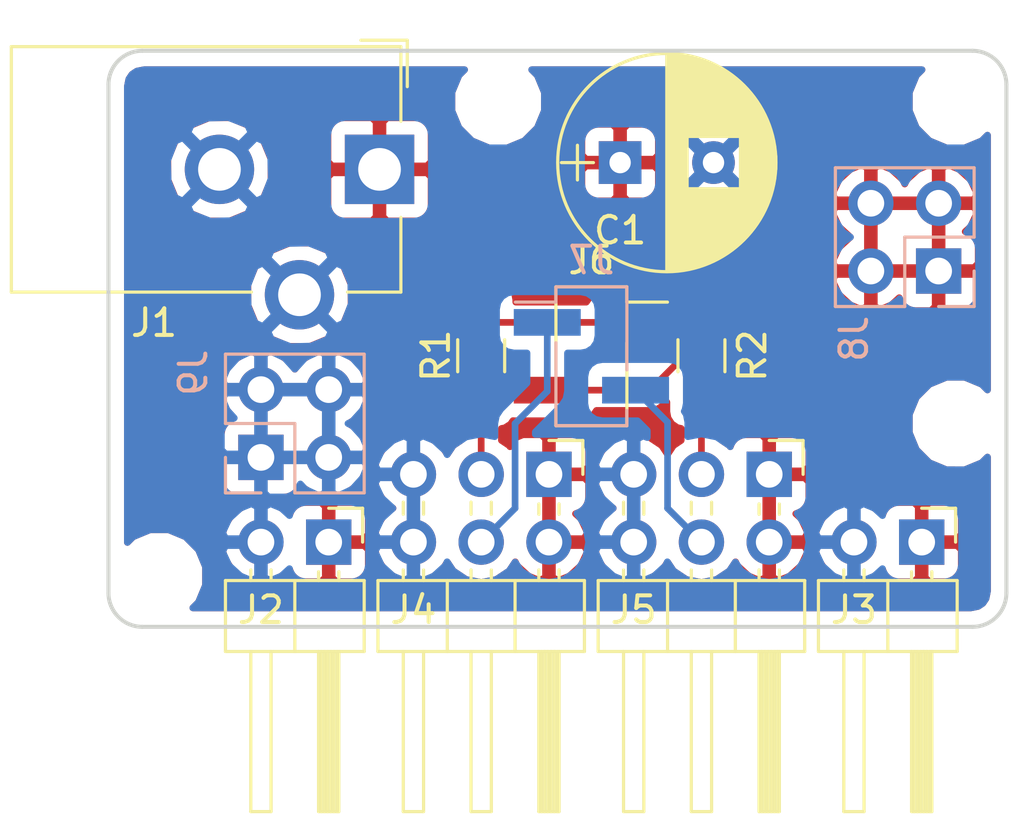
<source format=kicad_pcb>
(kicad_pcb (version 4) (host pcbnew 4.0.7)

  (general
    (links 29)
    (no_connects 0)
    (area 122.479999 83.109999 156.285001 104.850001)
    (thickness 1.6)
    (drawings 8)
    (tracks 15)
    (zones 0)
    (modules 16)
    (nets 9)
  )

  (page A4)
  (layers
    (0 F.Cu signal)
    (31 B.Cu signal)
    (32 B.Adhes user)
    (33 F.Adhes user)
    (34 B.Paste user)
    (35 F.Paste user)
    (36 B.SilkS user)
    (37 F.SilkS user)
    (38 B.Mask user)
    (39 F.Mask user)
    (40 Dwgs.User user)
    (41 Cmts.User user)
    (42 Eco1.User user)
    (43 Eco2.User user)
    (44 Edge.Cuts user)
    (45 Margin user)
    (46 B.CrtYd user)
    (47 F.CrtYd user)
    (48 B.Fab user)
    (49 F.Fab user)
  )

  (setup
    (last_trace_width 0.25)
    (trace_clearance 0.2)
    (zone_clearance 0.508)
    (zone_45_only no)
    (trace_min 0.2)
    (segment_width 0.2)
    (edge_width 0.15)
    (via_size 0.6)
    (via_drill 0.4)
    (via_min_size 0.4)
    (via_min_drill 0.3)
    (uvia_size 0.3)
    (uvia_drill 0.1)
    (uvias_allowed no)
    (uvia_min_size 0.2)
    (uvia_min_drill 0.1)
    (pcb_text_width 0.3)
    (pcb_text_size 1.5 1.5)
    (mod_edge_width 0.15)
    (mod_text_size 1 1)
    (mod_text_width 0.15)
    (pad_size 1.7 1.7)
    (pad_drill 1)
    (pad_to_mask_clearance 0.2)
    (aux_axis_origin 0 0)
    (visible_elements 7FFFFFFF)
    (pcbplotparams
      (layerselection 0x00030_80000001)
      (usegerberextensions false)
      (excludeedgelayer true)
      (linewidth 0.100000)
      (plotframeref false)
      (viasonmask false)
      (mode 1)
      (useauxorigin false)
      (hpglpennumber 1)
      (hpglpenspeed 20)
      (hpglpendiameter 15)
      (hpglpenoverlay 2)
      (psnegative false)
      (psa4output false)
      (plotreference true)
      (plotvalue true)
      (plotinvisibletext false)
      (padsonsilk false)
      (subtractmaskfromsilk false)
      (outputformat 1)
      (mirror false)
      (drillshape 1)
      (scaleselection 1)
      (outputdirectory ""))
  )

  (net 0 "")
  (net 1 +5V)
  (net 2 GND)
  (net 3 "Net-(J4-Pad3)")
  (net 4 "Net-(J5-Pad3)")
  (net 5 /LED/DATA_OUT)
  (net 6 /LED2/DATA_OUT)
  (net 7 /LED/DATA_IN)
  (net 8 /LED2/DATA_IN)

  (net_class Default "This is the default net class."
    (clearance 0.2)
    (trace_width 0.25)
    (via_dia 0.6)
    (via_drill 0.4)
    (uvia_dia 0.3)
    (uvia_drill 0.1)
    (add_net /LED/DATA_IN)
    (add_net /LED/DATA_OUT)
    (add_net /LED2/DATA_IN)
    (add_net /LED2/DATA_OUT)
    (add_net GND)
    (add_net "Net-(J4-Pad3)")
    (add_net "Net-(J5-Pad3)")
  )

  (net_class 5V ""
    (clearance 0.2)
    (trace_width 1.4)
    (via_dia 0.6)
    (via_drill 0.4)
    (uvia_dia 0.3)
    (uvia_drill 0.1)
    (add_net +5V)
  )

  (module Pin_Headers:Pin_Header_Angled_2x03_Pitch2.54mm (layer F.Cu) (tedit 5A4C35A6) (tstamp 5A4C31D4)
    (at 147.32 99.06 270)
    (descr "Through hole angled pin header, 2x03, 2.54mm pitch, 6mm pin length, double rows")
    (tags "Through hole angled pin header THT 2x03 2.54mm double row")
    (path /5A4C2FD7/5A4C2E62)
    (fp_text reference J5 (at 5.08 5.08 360) (layer F.SilkS)
      (effects (font (size 1 1) (thickness 0.15)))
    )
    (fp_text value LED1 (at 5.655 7.35 270) (layer F.Fab)
      (effects (font (size 1 1) (thickness 0.15)))
    )
    (fp_line (start 4.675 -1.27) (end 6.58 -1.27) (layer F.Fab) (width 0.1))
    (fp_line (start 6.58 -1.27) (end 6.58 6.35) (layer F.Fab) (width 0.1))
    (fp_line (start 6.58 6.35) (end 4.04 6.35) (layer F.Fab) (width 0.1))
    (fp_line (start 4.04 6.35) (end 4.04 -0.635) (layer F.Fab) (width 0.1))
    (fp_line (start 4.04 -0.635) (end 4.675 -1.27) (layer F.Fab) (width 0.1))
    (fp_line (start -0.32 -0.32) (end 4.04 -0.32) (layer F.Fab) (width 0.1))
    (fp_line (start -0.32 -0.32) (end -0.32 0.32) (layer F.Fab) (width 0.1))
    (fp_line (start -0.32 0.32) (end 4.04 0.32) (layer F.Fab) (width 0.1))
    (fp_line (start 6.58 -0.32) (end 12.58 -0.32) (layer F.Fab) (width 0.1))
    (fp_line (start 12.58 -0.32) (end 12.58 0.32) (layer F.Fab) (width 0.1))
    (fp_line (start 6.58 0.32) (end 12.58 0.32) (layer F.Fab) (width 0.1))
    (fp_line (start -0.32 2.22) (end 4.04 2.22) (layer F.Fab) (width 0.1))
    (fp_line (start -0.32 2.22) (end -0.32 2.86) (layer F.Fab) (width 0.1))
    (fp_line (start -0.32 2.86) (end 4.04 2.86) (layer F.Fab) (width 0.1))
    (fp_line (start 6.58 2.22) (end 12.58 2.22) (layer F.Fab) (width 0.1))
    (fp_line (start 12.58 2.22) (end 12.58 2.86) (layer F.Fab) (width 0.1))
    (fp_line (start 6.58 2.86) (end 12.58 2.86) (layer F.Fab) (width 0.1))
    (fp_line (start -0.32 4.76) (end 4.04 4.76) (layer F.Fab) (width 0.1))
    (fp_line (start -0.32 4.76) (end -0.32 5.4) (layer F.Fab) (width 0.1))
    (fp_line (start -0.32 5.4) (end 4.04 5.4) (layer F.Fab) (width 0.1))
    (fp_line (start 6.58 4.76) (end 12.58 4.76) (layer F.Fab) (width 0.1))
    (fp_line (start 12.58 4.76) (end 12.58 5.4) (layer F.Fab) (width 0.1))
    (fp_line (start 6.58 5.4) (end 12.58 5.4) (layer F.Fab) (width 0.1))
    (fp_line (start 3.98 -1.33) (end 3.98 6.41) (layer F.SilkS) (width 0.12))
    (fp_line (start 3.98 6.41) (end 6.64 6.41) (layer F.SilkS) (width 0.12))
    (fp_line (start 6.64 6.41) (end 6.64 -1.33) (layer F.SilkS) (width 0.12))
    (fp_line (start 6.64 -1.33) (end 3.98 -1.33) (layer F.SilkS) (width 0.12))
    (fp_line (start 6.64 -0.38) (end 12.64 -0.38) (layer F.SilkS) (width 0.12))
    (fp_line (start 12.64 -0.38) (end 12.64 0.38) (layer F.SilkS) (width 0.12))
    (fp_line (start 12.64 0.38) (end 6.64 0.38) (layer F.SilkS) (width 0.12))
    (fp_line (start 6.64 -0.32) (end 12.64 -0.32) (layer F.SilkS) (width 0.12))
    (fp_line (start 6.64 -0.2) (end 12.64 -0.2) (layer F.SilkS) (width 0.12))
    (fp_line (start 6.64 -0.08) (end 12.64 -0.08) (layer F.SilkS) (width 0.12))
    (fp_line (start 6.64 0.04) (end 12.64 0.04) (layer F.SilkS) (width 0.12))
    (fp_line (start 6.64 0.16) (end 12.64 0.16) (layer F.SilkS) (width 0.12))
    (fp_line (start 6.64 0.28) (end 12.64 0.28) (layer F.SilkS) (width 0.12))
    (fp_line (start 3.582929 -0.38) (end 3.98 -0.38) (layer F.SilkS) (width 0.12))
    (fp_line (start 3.582929 0.38) (end 3.98 0.38) (layer F.SilkS) (width 0.12))
    (fp_line (start 1.11 -0.38) (end 1.497071 -0.38) (layer F.SilkS) (width 0.12))
    (fp_line (start 1.11 0.38) (end 1.497071 0.38) (layer F.SilkS) (width 0.12))
    (fp_line (start 3.98 1.27) (end 6.64 1.27) (layer F.SilkS) (width 0.12))
    (fp_line (start 6.64 2.16) (end 12.64 2.16) (layer F.SilkS) (width 0.12))
    (fp_line (start 12.64 2.16) (end 12.64 2.92) (layer F.SilkS) (width 0.12))
    (fp_line (start 12.64 2.92) (end 6.64 2.92) (layer F.SilkS) (width 0.12))
    (fp_line (start 3.582929 2.16) (end 3.98 2.16) (layer F.SilkS) (width 0.12))
    (fp_line (start 3.582929 2.92) (end 3.98 2.92) (layer F.SilkS) (width 0.12))
    (fp_line (start 1.042929 2.16) (end 1.497071 2.16) (layer F.SilkS) (width 0.12))
    (fp_line (start 1.042929 2.92) (end 1.497071 2.92) (layer F.SilkS) (width 0.12))
    (fp_line (start 3.98 3.81) (end 6.64 3.81) (layer F.SilkS) (width 0.12))
    (fp_line (start 6.64 4.7) (end 12.64 4.7) (layer F.SilkS) (width 0.12))
    (fp_line (start 12.64 4.7) (end 12.64 5.46) (layer F.SilkS) (width 0.12))
    (fp_line (start 12.64 5.46) (end 6.64 5.46) (layer F.SilkS) (width 0.12))
    (fp_line (start 3.582929 4.7) (end 3.98 4.7) (layer F.SilkS) (width 0.12))
    (fp_line (start 3.582929 5.46) (end 3.98 5.46) (layer F.SilkS) (width 0.12))
    (fp_line (start 1.042929 4.7) (end 1.497071 4.7) (layer F.SilkS) (width 0.12))
    (fp_line (start 1.042929 5.46) (end 1.497071 5.46) (layer F.SilkS) (width 0.12))
    (fp_line (start -1.27 0) (end -1.27 -1.27) (layer F.SilkS) (width 0.12))
    (fp_line (start -1.27 -1.27) (end 0 -1.27) (layer F.SilkS) (width 0.12))
    (fp_line (start -1.8 -1.8) (end -1.8 6.85) (layer F.CrtYd) (width 0.05))
    (fp_line (start -1.8 6.85) (end 13.1 6.85) (layer F.CrtYd) (width 0.05))
    (fp_line (start 13.1 6.85) (end 13.1 -1.8) (layer F.CrtYd) (width 0.05))
    (fp_line (start 13.1 -1.8) (end -1.8 -1.8) (layer F.CrtYd) (width 0.05))
    (fp_text user %R (at 5.31 2.54 360) (layer F.Fab)
      (effects (font (size 1 1) (thickness 0.15)))
    )
    (pad 1 thru_hole rect (at 0 0 270) (size 1.7 1.7) (drill 1) (layers *.Cu *.Mask)
      (net 1 +5V))
    (pad 2 thru_hole oval (at 2.54 0 270) (size 1.7 1.7) (drill 1) (layers *.Cu *.Mask)
      (net 1 +5V))
    (pad 3 thru_hole oval (at 0 2.54 270) (size 1.7 1.7) (drill 1) (layers *.Cu *.Mask)
      (net 4 "Net-(J5-Pad3)"))
    (pad 4 thru_hole oval (at 2.54 2.54 270) (size 1.7 1.7) (drill 1) (layers *.Cu *.Mask)
      (net 6 /LED2/DATA_OUT))
    (pad 5 thru_hole oval (at 0 5.08 270) (size 1.7 1.7) (drill 1) (layers *.Cu *.Mask)
      (net 2 GND))
    (pad 6 thru_hole oval (at 2.54 5.08 270) (size 1.7 1.7) (drill 1) (layers *.Cu *.Mask)
      (net 2 GND))
    (model ${KISYS3DMOD}/Pin_Headers.3dshapes/Pin_Header_Angled_2x03_Pitch2.54mm.wrl
      (at (xyz 0 0 0))
      (scale (xyz 1 1 1))
      (rotate (xyz 0 0 0))
    )
  )

  (module Mounting_Holes:MountingHole_2.2mm_M2 (layer F.Cu) (tedit 5A4BF6BF) (tstamp 5A4C0255)
    (at 124.46 102.87)
    (descr "Mounting Hole 2.2mm, no annular, M2")
    (tags "mounting hole 2.2mm no annular m2")
    (attr virtual)
    (fp_text reference REF** (at 0 -3.2) (layer F.SilkS) hide
      (effects (font (size 1 1) (thickness 0.15)))
    )
    (fp_text value MountingHole_2.2mm_M2 (at 0 3.2) (layer F.Fab) hide
      (effects (font (size 1 1) (thickness 0.15)))
    )
    (fp_text user %R (at 0.3 0) (layer F.Fab)
      (effects (font (size 1 1) (thickness 0.15)))
    )
    (fp_circle (center 0 0) (end 2.2 0) (layer Cmts.User) (width 0.15))
    (fp_circle (center 0 0) (end 2.45 0) (layer F.CrtYd) (width 0.05))
    (pad 1 np_thru_hole circle (at 0 0) (size 2.2 2.2) (drill 2.2) (layers *.Cu *.Mask))
  )

  (module Mounting_Holes:MountingHole_2.2mm_M2 (layer F.Cu) (tedit 5A4BF6C6) (tstamp 5A4C024E)
    (at 154.305 97.155)
    (descr "Mounting Hole 2.2mm, no annular, M2")
    (tags "mounting hole 2.2mm no annular m2")
    (attr virtual)
    (fp_text reference REF** (at 0 -3.2) (layer F.SilkS) hide
      (effects (font (size 1 1) (thickness 0.15)))
    )
    (fp_text value MountingHole_2.2mm_M2 (at 0 3.2) (layer F.Fab) hide
      (effects (font (size 1 1) (thickness 0.15)))
    )
    (fp_text user %R (at 0.3 0) (layer F.Fab)
      (effects (font (size 1 1) (thickness 0.15)))
    )
    (fp_circle (center 0 0) (end 2.2 0) (layer Cmts.User) (width 0.15))
    (fp_circle (center 0 0) (end 2.45 0) (layer F.CrtYd) (width 0.05))
    (pad 1 np_thru_hole circle (at 0 0) (size 2.2 2.2) (drill 2.2) (layers *.Cu *.Mask))
  )

  (module Mounting_Holes:MountingHole_2.2mm_M2 (layer F.Cu) (tedit 5A4BF6AE) (tstamp 5A4C0247)
    (at 137.16 85.09)
    (descr "Mounting Hole 2.2mm, no annular, M2")
    (tags "mounting hole 2.2mm no annular m2")
    (attr virtual)
    (fp_text reference REF** (at 0 -3.2) (layer F.SilkS) hide
      (effects (font (size 1 1) (thickness 0.15)))
    )
    (fp_text value MountingHole_2.2mm_M2 (at 0 3.2) (layer F.Fab) hide
      (effects (font (size 1 1) (thickness 0.15)))
    )
    (fp_text user %R (at 0.3 0) (layer F.Fab)
      (effects (font (size 1 1) (thickness 0.15)))
    )
    (fp_circle (center 0 0) (end 2.2 0) (layer Cmts.User) (width 0.15))
    (fp_circle (center 0 0) (end 2.45 0) (layer F.CrtYd) (width 0.05))
    (pad 1 np_thru_hole circle (at 0 0) (size 2.2 2.2) (drill 2.2) (layers *.Cu *.Mask))
  )

  (module Capacitors_THT:CP_Radial_D8.0mm_P3.50mm (layer F.Cu) (tedit 5A4BF4F7) (tstamp 5A4BDDEA)
    (at 141.732 87.376)
    (descr "CP, Radial series, Radial, pin pitch=3.50mm, , diameter=8mm, Electrolytic Capacitor")
    (tags "CP Radial series Radial pin pitch 3.50mm  diameter 8mm Electrolytic Capacitor")
    (path /5A4C32CF)
    (fp_text reference C1 (at 0 2.54) (layer F.SilkS)
      (effects (font (size 1 1) (thickness 0.15)))
    )
    (fp_text value CP (at 1.905 -2.54) (layer F.Fab)
      (effects (font (size 1 1) (thickness 0.15)))
    )
    (fp_circle (center 1.75 0) (end 5.75 0) (layer F.Fab) (width 0.1))
    (fp_circle (center 1.75 0) (end 5.84 0) (layer F.SilkS) (width 0.12))
    (fp_line (start -2.2 0) (end -1 0) (layer F.Fab) (width 0.1))
    (fp_line (start -1.6 -0.65) (end -1.6 0.65) (layer F.Fab) (width 0.1))
    (fp_line (start 1.75 -4.05) (end 1.75 4.05) (layer F.SilkS) (width 0.12))
    (fp_line (start 1.79 -4.05) (end 1.79 4.05) (layer F.SilkS) (width 0.12))
    (fp_line (start 1.83 -4.05) (end 1.83 4.05) (layer F.SilkS) (width 0.12))
    (fp_line (start 1.87 -4.049) (end 1.87 4.049) (layer F.SilkS) (width 0.12))
    (fp_line (start 1.91 -4.047) (end 1.91 4.047) (layer F.SilkS) (width 0.12))
    (fp_line (start 1.95 -4.046) (end 1.95 4.046) (layer F.SilkS) (width 0.12))
    (fp_line (start 1.99 -4.043) (end 1.99 4.043) (layer F.SilkS) (width 0.12))
    (fp_line (start 2.03 -4.041) (end 2.03 4.041) (layer F.SilkS) (width 0.12))
    (fp_line (start 2.07 -4.038) (end 2.07 4.038) (layer F.SilkS) (width 0.12))
    (fp_line (start 2.11 -4.035) (end 2.11 4.035) (layer F.SilkS) (width 0.12))
    (fp_line (start 2.15 -4.031) (end 2.15 4.031) (layer F.SilkS) (width 0.12))
    (fp_line (start 2.19 -4.027) (end 2.19 4.027) (layer F.SilkS) (width 0.12))
    (fp_line (start 2.23 -4.022) (end 2.23 4.022) (layer F.SilkS) (width 0.12))
    (fp_line (start 2.27 -4.017) (end 2.27 4.017) (layer F.SilkS) (width 0.12))
    (fp_line (start 2.31 -4.012) (end 2.31 4.012) (layer F.SilkS) (width 0.12))
    (fp_line (start 2.35 -4.006) (end 2.35 4.006) (layer F.SilkS) (width 0.12))
    (fp_line (start 2.39 -4) (end 2.39 4) (layer F.SilkS) (width 0.12))
    (fp_line (start 2.43 -3.994) (end 2.43 3.994) (layer F.SilkS) (width 0.12))
    (fp_line (start 2.471 -3.987) (end 2.471 3.987) (layer F.SilkS) (width 0.12))
    (fp_line (start 2.511 -3.979) (end 2.511 3.979) (layer F.SilkS) (width 0.12))
    (fp_line (start 2.551 -3.971) (end 2.551 -0.98) (layer F.SilkS) (width 0.12))
    (fp_line (start 2.551 0.98) (end 2.551 3.971) (layer F.SilkS) (width 0.12))
    (fp_line (start 2.591 -3.963) (end 2.591 -0.98) (layer F.SilkS) (width 0.12))
    (fp_line (start 2.591 0.98) (end 2.591 3.963) (layer F.SilkS) (width 0.12))
    (fp_line (start 2.631 -3.955) (end 2.631 -0.98) (layer F.SilkS) (width 0.12))
    (fp_line (start 2.631 0.98) (end 2.631 3.955) (layer F.SilkS) (width 0.12))
    (fp_line (start 2.671 -3.946) (end 2.671 -0.98) (layer F.SilkS) (width 0.12))
    (fp_line (start 2.671 0.98) (end 2.671 3.946) (layer F.SilkS) (width 0.12))
    (fp_line (start 2.711 -3.936) (end 2.711 -0.98) (layer F.SilkS) (width 0.12))
    (fp_line (start 2.711 0.98) (end 2.711 3.936) (layer F.SilkS) (width 0.12))
    (fp_line (start 2.751 -3.926) (end 2.751 -0.98) (layer F.SilkS) (width 0.12))
    (fp_line (start 2.751 0.98) (end 2.751 3.926) (layer F.SilkS) (width 0.12))
    (fp_line (start 2.791 -3.916) (end 2.791 -0.98) (layer F.SilkS) (width 0.12))
    (fp_line (start 2.791 0.98) (end 2.791 3.916) (layer F.SilkS) (width 0.12))
    (fp_line (start 2.831 -3.905) (end 2.831 -0.98) (layer F.SilkS) (width 0.12))
    (fp_line (start 2.831 0.98) (end 2.831 3.905) (layer F.SilkS) (width 0.12))
    (fp_line (start 2.871 -3.894) (end 2.871 -0.98) (layer F.SilkS) (width 0.12))
    (fp_line (start 2.871 0.98) (end 2.871 3.894) (layer F.SilkS) (width 0.12))
    (fp_line (start 2.911 -3.883) (end 2.911 -0.98) (layer F.SilkS) (width 0.12))
    (fp_line (start 2.911 0.98) (end 2.911 3.883) (layer F.SilkS) (width 0.12))
    (fp_line (start 2.951 -3.87) (end 2.951 -0.98) (layer F.SilkS) (width 0.12))
    (fp_line (start 2.951 0.98) (end 2.951 3.87) (layer F.SilkS) (width 0.12))
    (fp_line (start 2.991 -3.858) (end 2.991 -0.98) (layer F.SilkS) (width 0.12))
    (fp_line (start 2.991 0.98) (end 2.991 3.858) (layer F.SilkS) (width 0.12))
    (fp_line (start 3.031 -3.845) (end 3.031 -0.98) (layer F.SilkS) (width 0.12))
    (fp_line (start 3.031 0.98) (end 3.031 3.845) (layer F.SilkS) (width 0.12))
    (fp_line (start 3.071 -3.832) (end 3.071 -0.98) (layer F.SilkS) (width 0.12))
    (fp_line (start 3.071 0.98) (end 3.071 3.832) (layer F.SilkS) (width 0.12))
    (fp_line (start 3.111 -3.818) (end 3.111 -0.98) (layer F.SilkS) (width 0.12))
    (fp_line (start 3.111 0.98) (end 3.111 3.818) (layer F.SilkS) (width 0.12))
    (fp_line (start 3.151 -3.803) (end 3.151 -0.98) (layer F.SilkS) (width 0.12))
    (fp_line (start 3.151 0.98) (end 3.151 3.803) (layer F.SilkS) (width 0.12))
    (fp_line (start 3.191 -3.789) (end 3.191 -0.98) (layer F.SilkS) (width 0.12))
    (fp_line (start 3.191 0.98) (end 3.191 3.789) (layer F.SilkS) (width 0.12))
    (fp_line (start 3.231 -3.773) (end 3.231 -0.98) (layer F.SilkS) (width 0.12))
    (fp_line (start 3.231 0.98) (end 3.231 3.773) (layer F.SilkS) (width 0.12))
    (fp_line (start 3.271 -3.758) (end 3.271 -0.98) (layer F.SilkS) (width 0.12))
    (fp_line (start 3.271 0.98) (end 3.271 3.758) (layer F.SilkS) (width 0.12))
    (fp_line (start 3.311 -3.741) (end 3.311 -0.98) (layer F.SilkS) (width 0.12))
    (fp_line (start 3.311 0.98) (end 3.311 3.741) (layer F.SilkS) (width 0.12))
    (fp_line (start 3.351 -3.725) (end 3.351 -0.98) (layer F.SilkS) (width 0.12))
    (fp_line (start 3.351 0.98) (end 3.351 3.725) (layer F.SilkS) (width 0.12))
    (fp_line (start 3.391 -3.707) (end 3.391 -0.98) (layer F.SilkS) (width 0.12))
    (fp_line (start 3.391 0.98) (end 3.391 3.707) (layer F.SilkS) (width 0.12))
    (fp_line (start 3.431 -3.69) (end 3.431 -0.98) (layer F.SilkS) (width 0.12))
    (fp_line (start 3.431 0.98) (end 3.431 3.69) (layer F.SilkS) (width 0.12))
    (fp_line (start 3.471 -3.671) (end 3.471 -0.98) (layer F.SilkS) (width 0.12))
    (fp_line (start 3.471 0.98) (end 3.471 3.671) (layer F.SilkS) (width 0.12))
    (fp_line (start 3.511 -3.652) (end 3.511 -0.98) (layer F.SilkS) (width 0.12))
    (fp_line (start 3.511 0.98) (end 3.511 3.652) (layer F.SilkS) (width 0.12))
    (fp_line (start 3.551 -3.633) (end 3.551 -0.98) (layer F.SilkS) (width 0.12))
    (fp_line (start 3.551 0.98) (end 3.551 3.633) (layer F.SilkS) (width 0.12))
    (fp_line (start 3.591 -3.613) (end 3.591 -0.98) (layer F.SilkS) (width 0.12))
    (fp_line (start 3.591 0.98) (end 3.591 3.613) (layer F.SilkS) (width 0.12))
    (fp_line (start 3.631 -3.593) (end 3.631 -0.98) (layer F.SilkS) (width 0.12))
    (fp_line (start 3.631 0.98) (end 3.631 3.593) (layer F.SilkS) (width 0.12))
    (fp_line (start 3.671 -3.572) (end 3.671 -0.98) (layer F.SilkS) (width 0.12))
    (fp_line (start 3.671 0.98) (end 3.671 3.572) (layer F.SilkS) (width 0.12))
    (fp_line (start 3.711 -3.55) (end 3.711 -0.98) (layer F.SilkS) (width 0.12))
    (fp_line (start 3.711 0.98) (end 3.711 3.55) (layer F.SilkS) (width 0.12))
    (fp_line (start 3.751 -3.528) (end 3.751 -0.98) (layer F.SilkS) (width 0.12))
    (fp_line (start 3.751 0.98) (end 3.751 3.528) (layer F.SilkS) (width 0.12))
    (fp_line (start 3.791 -3.505) (end 3.791 -0.98) (layer F.SilkS) (width 0.12))
    (fp_line (start 3.791 0.98) (end 3.791 3.505) (layer F.SilkS) (width 0.12))
    (fp_line (start 3.831 -3.482) (end 3.831 -0.98) (layer F.SilkS) (width 0.12))
    (fp_line (start 3.831 0.98) (end 3.831 3.482) (layer F.SilkS) (width 0.12))
    (fp_line (start 3.871 -3.458) (end 3.871 -0.98) (layer F.SilkS) (width 0.12))
    (fp_line (start 3.871 0.98) (end 3.871 3.458) (layer F.SilkS) (width 0.12))
    (fp_line (start 3.911 -3.434) (end 3.911 -0.98) (layer F.SilkS) (width 0.12))
    (fp_line (start 3.911 0.98) (end 3.911 3.434) (layer F.SilkS) (width 0.12))
    (fp_line (start 3.951 -3.408) (end 3.951 -0.98) (layer F.SilkS) (width 0.12))
    (fp_line (start 3.951 0.98) (end 3.951 3.408) (layer F.SilkS) (width 0.12))
    (fp_line (start 3.991 -3.383) (end 3.991 -0.98) (layer F.SilkS) (width 0.12))
    (fp_line (start 3.991 0.98) (end 3.991 3.383) (layer F.SilkS) (width 0.12))
    (fp_line (start 4.031 -3.356) (end 4.031 -0.98) (layer F.SilkS) (width 0.12))
    (fp_line (start 4.031 0.98) (end 4.031 3.356) (layer F.SilkS) (width 0.12))
    (fp_line (start 4.071 -3.329) (end 4.071 -0.98) (layer F.SilkS) (width 0.12))
    (fp_line (start 4.071 0.98) (end 4.071 3.329) (layer F.SilkS) (width 0.12))
    (fp_line (start 4.111 -3.301) (end 4.111 -0.98) (layer F.SilkS) (width 0.12))
    (fp_line (start 4.111 0.98) (end 4.111 3.301) (layer F.SilkS) (width 0.12))
    (fp_line (start 4.151 -3.272) (end 4.151 -0.98) (layer F.SilkS) (width 0.12))
    (fp_line (start 4.151 0.98) (end 4.151 3.272) (layer F.SilkS) (width 0.12))
    (fp_line (start 4.191 -3.243) (end 4.191 -0.98) (layer F.SilkS) (width 0.12))
    (fp_line (start 4.191 0.98) (end 4.191 3.243) (layer F.SilkS) (width 0.12))
    (fp_line (start 4.231 -3.213) (end 4.231 -0.98) (layer F.SilkS) (width 0.12))
    (fp_line (start 4.231 0.98) (end 4.231 3.213) (layer F.SilkS) (width 0.12))
    (fp_line (start 4.271 -3.182) (end 4.271 -0.98) (layer F.SilkS) (width 0.12))
    (fp_line (start 4.271 0.98) (end 4.271 3.182) (layer F.SilkS) (width 0.12))
    (fp_line (start 4.311 -3.15) (end 4.311 -0.98) (layer F.SilkS) (width 0.12))
    (fp_line (start 4.311 0.98) (end 4.311 3.15) (layer F.SilkS) (width 0.12))
    (fp_line (start 4.351 -3.118) (end 4.351 -0.98) (layer F.SilkS) (width 0.12))
    (fp_line (start 4.351 0.98) (end 4.351 3.118) (layer F.SilkS) (width 0.12))
    (fp_line (start 4.391 -3.084) (end 4.391 -0.98) (layer F.SilkS) (width 0.12))
    (fp_line (start 4.391 0.98) (end 4.391 3.084) (layer F.SilkS) (width 0.12))
    (fp_line (start 4.431 -3.05) (end 4.431 -0.98) (layer F.SilkS) (width 0.12))
    (fp_line (start 4.431 0.98) (end 4.431 3.05) (layer F.SilkS) (width 0.12))
    (fp_line (start 4.471 -3.015) (end 4.471 -0.98) (layer F.SilkS) (width 0.12))
    (fp_line (start 4.471 0.98) (end 4.471 3.015) (layer F.SilkS) (width 0.12))
    (fp_line (start 4.511 -2.979) (end 4.511 2.979) (layer F.SilkS) (width 0.12))
    (fp_line (start 4.551 -2.942) (end 4.551 2.942) (layer F.SilkS) (width 0.12))
    (fp_line (start 4.591 -2.904) (end 4.591 2.904) (layer F.SilkS) (width 0.12))
    (fp_line (start 4.631 -2.865) (end 4.631 2.865) (layer F.SilkS) (width 0.12))
    (fp_line (start 4.671 -2.824) (end 4.671 2.824) (layer F.SilkS) (width 0.12))
    (fp_line (start 4.711 -2.783) (end 4.711 2.783) (layer F.SilkS) (width 0.12))
    (fp_line (start 4.751 -2.74) (end 4.751 2.74) (layer F.SilkS) (width 0.12))
    (fp_line (start 4.791 -2.697) (end 4.791 2.697) (layer F.SilkS) (width 0.12))
    (fp_line (start 4.831 -2.652) (end 4.831 2.652) (layer F.SilkS) (width 0.12))
    (fp_line (start 4.871 -2.605) (end 4.871 2.605) (layer F.SilkS) (width 0.12))
    (fp_line (start 4.911 -2.557) (end 4.911 2.557) (layer F.SilkS) (width 0.12))
    (fp_line (start 4.951 -2.508) (end 4.951 2.508) (layer F.SilkS) (width 0.12))
    (fp_line (start 4.991 -2.457) (end 4.991 2.457) (layer F.SilkS) (width 0.12))
    (fp_line (start 5.031 -2.404) (end 5.031 2.404) (layer F.SilkS) (width 0.12))
    (fp_line (start 5.071 -2.349) (end 5.071 2.349) (layer F.SilkS) (width 0.12))
    (fp_line (start 5.111 -2.293) (end 5.111 2.293) (layer F.SilkS) (width 0.12))
    (fp_line (start 5.151 -2.234) (end 5.151 2.234) (layer F.SilkS) (width 0.12))
    (fp_line (start 5.191 -2.173) (end 5.191 2.173) (layer F.SilkS) (width 0.12))
    (fp_line (start 5.231 -2.109) (end 5.231 2.109) (layer F.SilkS) (width 0.12))
    (fp_line (start 5.271 -2.043) (end 5.271 2.043) (layer F.SilkS) (width 0.12))
    (fp_line (start 5.311 -1.974) (end 5.311 1.974) (layer F.SilkS) (width 0.12))
    (fp_line (start 5.351 -1.902) (end 5.351 1.902) (layer F.SilkS) (width 0.12))
    (fp_line (start 5.391 -1.826) (end 5.391 1.826) (layer F.SilkS) (width 0.12))
    (fp_line (start 5.431 -1.745) (end 5.431 1.745) (layer F.SilkS) (width 0.12))
    (fp_line (start 5.471 -1.66) (end 5.471 1.66) (layer F.SilkS) (width 0.12))
    (fp_line (start 5.511 -1.57) (end 5.511 1.57) (layer F.SilkS) (width 0.12))
    (fp_line (start 5.551 -1.473) (end 5.551 1.473) (layer F.SilkS) (width 0.12))
    (fp_line (start 5.591 -1.369) (end 5.591 1.369) (layer F.SilkS) (width 0.12))
    (fp_line (start 5.631 -1.254) (end 5.631 1.254) (layer F.SilkS) (width 0.12))
    (fp_line (start 5.671 -1.127) (end 5.671 1.127) (layer F.SilkS) (width 0.12))
    (fp_line (start 5.711 -0.983) (end 5.711 0.983) (layer F.SilkS) (width 0.12))
    (fp_line (start 5.751 -0.814) (end 5.751 0.814) (layer F.SilkS) (width 0.12))
    (fp_line (start 5.791 -0.598) (end 5.791 0.598) (layer F.SilkS) (width 0.12))
    (fp_line (start 5.831 -0.246) (end 5.831 0.246) (layer F.SilkS) (width 0.12))
    (fp_line (start -2.2 0) (end -1 0) (layer F.SilkS) (width 0.12))
    (fp_line (start -1.6 -0.65) (end -1.6 0.65) (layer F.SilkS) (width 0.12))
    (fp_line (start -2.6 -4.35) (end -2.6 4.35) (layer F.CrtYd) (width 0.05))
    (fp_line (start -2.6 4.35) (end 6.1 4.35) (layer F.CrtYd) (width 0.05))
    (fp_line (start 6.1 4.35) (end 6.1 -4.35) (layer F.CrtYd) (width 0.05))
    (fp_line (start 6.1 -4.35) (end -2.6 -4.35) (layer F.CrtYd) (width 0.05))
    (fp_text user %R (at 1.75 0) (layer F.Fab)
      (effects (font (size 1 1) (thickness 0.15)))
    )
    (pad 1 thru_hole rect (at 0 0) (size 1.6 1.6) (drill 0.8) (layers *.Cu *.Mask)
      (net 1 +5V))
    (pad 2 thru_hole circle (at 3.5 0) (size 1.6 1.6) (drill 0.8) (layers *.Cu *.Mask)
      (net 2 GND))
    (model ${KISYS3DMOD}/Capacitors_THT.3dshapes/CP_Radial_D8.0mm_P3.50mm.wrl
      (at (xyz 0 0 0))
      (scale (xyz 1 1 1))
      (rotate (xyz 0 0 0))
    )
  )

  (module Pin_Headers:Pin_Header_Straight_2x02_Pitch2.54mm (layer B.Cu) (tedit 5A4C3649) (tstamp 5A4BE66C)
    (at 153.67 91.44 90)
    (descr "Through hole straight pin header, 2x02, 2.54mm pitch, double rows")
    (tags "Through hole pin header THT 2x02 2.54mm double row")
    (path /5A4C3F4B)
    (fp_text reference J8 (at -2.54 -3.175 90) (layer B.SilkS)
      (effects (font (size 1 1) (thickness 0.15)) (justify mirror))
    )
    (fp_text value EXT_PWR (at 5.08 -1.27 360) (layer B.Fab)
      (effects (font (size 1 1) (thickness 0.15)) (justify mirror))
    )
    (fp_line (start 0 1.27) (end 3.81 1.27) (layer B.Fab) (width 0.1))
    (fp_line (start 3.81 1.27) (end 3.81 -3.81) (layer B.Fab) (width 0.1))
    (fp_line (start 3.81 -3.81) (end -1.27 -3.81) (layer B.Fab) (width 0.1))
    (fp_line (start -1.27 -3.81) (end -1.27 0) (layer B.Fab) (width 0.1))
    (fp_line (start -1.27 0) (end 0 1.27) (layer B.Fab) (width 0.1))
    (fp_line (start -1.33 -3.87) (end 3.87 -3.87) (layer B.SilkS) (width 0.12))
    (fp_line (start -1.33 -1.27) (end -1.33 -3.87) (layer B.SilkS) (width 0.12))
    (fp_line (start 3.87 1.33) (end 3.87 -3.87) (layer B.SilkS) (width 0.12))
    (fp_line (start -1.33 -1.27) (end 1.27 -1.27) (layer B.SilkS) (width 0.12))
    (fp_line (start 1.27 -1.27) (end 1.27 1.33) (layer B.SilkS) (width 0.12))
    (fp_line (start 1.27 1.33) (end 3.87 1.33) (layer B.SilkS) (width 0.12))
    (fp_line (start -1.33 0) (end -1.33 1.33) (layer B.SilkS) (width 0.12))
    (fp_line (start -1.33 1.33) (end 0 1.33) (layer B.SilkS) (width 0.12))
    (fp_line (start -1.8 1.8) (end -1.8 -4.35) (layer B.CrtYd) (width 0.05))
    (fp_line (start -1.8 -4.35) (end 4.35 -4.35) (layer B.CrtYd) (width 0.05))
    (fp_line (start 4.35 -4.35) (end 4.35 1.8) (layer B.CrtYd) (width 0.05))
    (fp_line (start 4.35 1.8) (end -1.8 1.8) (layer B.CrtYd) (width 0.05))
    (fp_text user %R (at 1.27 -1.27 360) (layer B.Fab)
      (effects (font (size 1 1) (thickness 0.15)) (justify mirror))
    )
    (pad 1 thru_hole rect (at 0 0 90) (size 1.7 1.7) (drill 1) (layers *.Cu *.Mask)
      (net 1 +5V))
    (pad 2 thru_hole oval (at 2.54 0 90) (size 1.7 1.7) (drill 1) (layers *.Cu *.Mask)
      (net 1 +5V))
    (pad 3 thru_hole oval (at 0 -2.54 90) (size 1.7 1.7) (drill 1) (layers *.Cu *.Mask)
      (net 1 +5V))
    (pad 4 thru_hole oval (at 2.54 -2.54 90) (size 1.7 1.7) (drill 1) (layers *.Cu *.Mask)
      (net 1 +5V))
    (model ${KISYS3DMOD}/Pin_Headers.3dshapes/Pin_Header_Straight_2x02_Pitch2.54mm.wrl
      (at (xyz 0 0 0))
      (scale (xyz 1 1 1))
      (rotate (xyz 0 0 0))
    )
  )

  (module Pin_Headers:Pin_Header_Straight_2x02_Pitch2.54mm (layer B.Cu) (tedit 5A4C363B) (tstamp 5A4BE673)
    (at 128.27 98.425)
    (descr "Through hole straight pin header, 2x02, 2.54mm pitch, double rows")
    (tags "Through hole pin header THT 2x02 2.54mm double row")
    (path /5A4C3FA1)
    (fp_text reference J9 (at -2.54 -3.175 270) (layer B.SilkS)
      (effects (font (size 1 1) (thickness 0.15)) (justify mirror))
    )
    (fp_text value EXT_GND (at -2.54 1.27 270) (layer B.Fab)
      (effects (font (size 1 1) (thickness 0.15)) (justify mirror))
    )
    (fp_line (start 0 1.27) (end 3.81 1.27) (layer B.Fab) (width 0.1))
    (fp_line (start 3.81 1.27) (end 3.81 -3.81) (layer B.Fab) (width 0.1))
    (fp_line (start 3.81 -3.81) (end -1.27 -3.81) (layer B.Fab) (width 0.1))
    (fp_line (start -1.27 -3.81) (end -1.27 0) (layer B.Fab) (width 0.1))
    (fp_line (start -1.27 0) (end 0 1.27) (layer B.Fab) (width 0.1))
    (fp_line (start -1.33 -3.87) (end 3.87 -3.87) (layer B.SilkS) (width 0.12))
    (fp_line (start -1.33 -1.27) (end -1.33 -3.87) (layer B.SilkS) (width 0.12))
    (fp_line (start 3.87 1.33) (end 3.87 -3.87) (layer B.SilkS) (width 0.12))
    (fp_line (start -1.33 -1.27) (end 1.27 -1.27) (layer B.SilkS) (width 0.12))
    (fp_line (start 1.27 -1.27) (end 1.27 1.33) (layer B.SilkS) (width 0.12))
    (fp_line (start 1.27 1.33) (end 3.87 1.33) (layer B.SilkS) (width 0.12))
    (fp_line (start -1.33 0) (end -1.33 1.33) (layer B.SilkS) (width 0.12))
    (fp_line (start -1.33 1.33) (end 0 1.33) (layer B.SilkS) (width 0.12))
    (fp_line (start -1.8 1.8) (end -1.8 -4.35) (layer B.CrtYd) (width 0.05))
    (fp_line (start -1.8 -4.35) (end 4.35 -4.35) (layer B.CrtYd) (width 0.05))
    (fp_line (start 4.35 -4.35) (end 4.35 1.8) (layer B.CrtYd) (width 0.05))
    (fp_line (start 4.35 1.8) (end -1.8 1.8) (layer B.CrtYd) (width 0.05))
    (fp_text user %R (at -2.54 -3.175 270) (layer B.Fab)
      (effects (font (size 1 1) (thickness 0.15)) (justify mirror))
    )
    (pad 1 thru_hole rect (at 0 0) (size 1.7 1.7) (drill 1) (layers *.Cu *.Mask)
      (net 2 GND))
    (pad 2 thru_hole oval (at 2.54 0) (size 1.7 1.7) (drill 1) (layers *.Cu *.Mask)
      (net 2 GND))
    (pad 3 thru_hole oval (at 0 -2.54) (size 1.7 1.7) (drill 1) (layers *.Cu *.Mask)
      (net 2 GND))
    (pad 4 thru_hole oval (at 2.54 -2.54) (size 1.7 1.7) (drill 1) (layers *.Cu *.Mask)
      (net 2 GND))
    (model ${KISYS3DMOD}/Pin_Headers.3dshapes/Pin_Header_Straight_2x02_Pitch2.54mm.wrl
      (at (xyz 0 0 0))
      (scale (xyz 1 1 1))
      (rotate (xyz 0 0 0))
    )
  )

  (module Connectors:Barrel_Jack_CUI_PJ-102AH (layer F.Cu) (tedit 59BC552D) (tstamp 5A4BEBBE)
    (at 132.715 87.63 270)
    (descr "Thin-pin DC Barrel Jack, https://cdn-shop.adafruit.com/datasheets/21mmdcjackDatasheet.pdf")
    (tags "Power Jack")
    (path /5A4C2D50)
    (fp_text reference J1 (at 5.75 8.45 360) (layer F.SilkS)
      (effects (font (size 1 1) (thickness 0.15)))
    )
    (fp_text value Barrel_Jack (at -5.5 6.2 360) (layer F.Fab)
      (effects (font (size 1 1) (thickness 0.15)))
    )
    (fp_line (start 1.8 -1.8) (end 1.8 -1.2) (layer F.CrtYd) (width 0.05))
    (fp_line (start 1.8 -1.2) (end 5 -1.2) (layer F.CrtYd) (width 0.05))
    (fp_line (start 5 -1.2) (end 5 1.2) (layer F.CrtYd) (width 0.05))
    (fp_line (start 5 1.2) (end 6.5 1.2) (layer F.CrtYd) (width 0.05))
    (fp_line (start 6.5 1.2) (end 6.5 4.8) (layer F.CrtYd) (width 0.05))
    (fp_line (start 6.5 4.8) (end 5 4.8) (layer F.CrtYd) (width 0.05))
    (fp_line (start 5 4.8) (end 5 14.2) (layer F.CrtYd) (width 0.05))
    (fp_line (start 5 14.2) (end -5 14.2) (layer F.CrtYd) (width 0.05))
    (fp_line (start -5 14.2) (end -5 -1.2) (layer F.CrtYd) (width 0.05))
    (fp_line (start -5 -1.2) (end -1.8 -1.2) (layer F.CrtYd) (width 0.05))
    (fp_line (start -1.8 -1.2) (end -1.8 -1.8) (layer F.CrtYd) (width 0.05))
    (fp_line (start -1.8 -1.8) (end 1.8 -1.8) (layer F.CrtYd) (width 0.05))
    (fp_line (start 4.6 4.8) (end 4.6 13.8) (layer F.SilkS) (width 0.12))
    (fp_line (start 4.6 13.8) (end -4.6 13.8) (layer F.SilkS) (width 0.12))
    (fp_line (start -4.6 13.8) (end -4.6 -0.8) (layer F.SilkS) (width 0.12))
    (fp_line (start -4.6 -0.8) (end -1.8 -0.8) (layer F.SilkS) (width 0.12))
    (fp_line (start 1.8 -0.8) (end 4.6 -0.8) (layer F.SilkS) (width 0.12))
    (fp_line (start 4.6 -0.8) (end 4.6 1.2) (layer F.SilkS) (width 0.12))
    (fp_line (start -4.84 0.7) (end -4.84 -1.04) (layer F.SilkS) (width 0.12))
    (fp_line (start -4.84 -1.04) (end -3.1 -1.04) (layer F.SilkS) (width 0.12))
    (fp_line (start 4.5 -0.7) (end 4.5 13.7) (layer F.Fab) (width 0.1))
    (fp_line (start 4.5 13.7) (end -4.5 13.7) (layer F.Fab) (width 0.1))
    (fp_line (start -4.5 13.7) (end -4.5 0.3) (layer F.Fab) (width 0.1))
    (fp_line (start -4.5 0.3) (end -3.5 -0.7) (layer F.Fab) (width 0.1))
    (fp_line (start -3.5 -0.7) (end 4.5 -0.7) (layer F.Fab) (width 0.1))
    (fp_line (start -4.5 10.2) (end 4.5 10.2) (layer F.Fab) (width 0.1))
    (fp_text user %R (at 0 6.5 270) (layer F.Fab)
      (effects (font (size 1 1) (thickness 0.15)))
    )
    (pad 1 thru_hole rect (at 0 0 270) (size 2.6 2.6) (drill 1.6) (layers *.Cu *.Mask)
      (net 1 +5V))
    (pad 2 thru_hole circle (at 0 6 270) (size 2.6 2.6) (drill 1.6) (layers *.Cu *.Mask)
      (net 2 GND))
    (pad 3 thru_hole circle (at 4.7 3 270) (size 2.6 2.6) (drill 1.6) (layers *.Cu *.Mask)
      (net 2 GND))
    (model Connectors.3dshapes/JACK_ALIM.wrl
      (at (xyz 0 -0.236 0))
      (scale (xyz 0.8 0.8 0.8))
      (rotate (xyz 0 0 -90))
    )
  )

  (module Mounting_Holes:MountingHole_2.2mm_M2 (layer F.Cu) (tedit 5A4BF6B5) (tstamp 5A4BF670)
    (at 154.305 85.09)
    (descr "Mounting Hole 2.2mm, no annular, M2")
    (tags "mounting hole 2.2mm no annular m2")
    (attr virtual)
    (fp_text reference REF** (at 0 -3.2) (layer F.SilkS) hide
      (effects (font (size 1 1) (thickness 0.15)))
    )
    (fp_text value MountingHole_2.2mm_M2 (at 0 3.2) (layer F.Fab) hide
      (effects (font (size 1 1) (thickness 0.15)))
    )
    (fp_text user %R (at 0.3 0) (layer F.Fab)
      (effects (font (size 1 1) (thickness 0.15)))
    )
    (fp_circle (center 0 0) (end 2.2 0) (layer Cmts.User) (width 0.15))
    (fp_circle (center 0 0) (end 2.45 0) (layer F.CrtYd) (width 0.05))
    (pad 1 np_thru_hole circle (at 0 0) (size 2.2 2.2) (drill 2.2) (layers *.Cu *.Mask))
  )

  (module Pin_Headers:Pin_Header_Straight_1x02_Pitch2.54mm_SMD_Pin1Right (layer B.Cu) (tedit 59650532) (tstamp 5A4C3187)
    (at 140.656 94.635 180)
    (descr "surface-mounted straight pin header, 1x02, 2.54mm pitch, single row, style 2 (pin 1 right)")
    (tags "Surface mounted pin header SMD 1x02 2.54mm single row style2 pin1 right")
    (path /5A4C3661)
    (attr smd)
    (fp_text reference J7 (at 0 3.6 180) (layer B.SilkS)
      (effects (font (size 1 1) (thickness 0.15)) (justify mirror))
    )
    (fp_text value DATA_OUT (at 0 -3.6 180) (layer B.Fab)
      (effects (font (size 1 1) (thickness 0.15)) (justify mirror))
    )
    (fp_line (start 1.27 -2.54) (end -1.27 -2.54) (layer B.Fab) (width 0.1))
    (fp_line (start -1.27 2.54) (end 0.32 2.54) (layer B.Fab) (width 0.1))
    (fp_line (start 1.27 -2.54) (end 1.27 1.59) (layer B.Fab) (width 0.1))
    (fp_line (start 1.27 1.59) (end 0.32 2.54) (layer B.Fab) (width 0.1))
    (fp_line (start -1.27 2.54) (end -1.27 -2.54) (layer B.Fab) (width 0.1))
    (fp_line (start -1.27 -0.95) (end -2.54 -0.95) (layer B.Fab) (width 0.1))
    (fp_line (start -2.54 -0.95) (end -2.54 -1.59) (layer B.Fab) (width 0.1))
    (fp_line (start -2.54 -1.59) (end -1.27 -1.59) (layer B.Fab) (width 0.1))
    (fp_line (start 1.27 1.59) (end 2.54 1.59) (layer B.Fab) (width 0.1))
    (fp_line (start 2.54 1.59) (end 2.54 0.95) (layer B.Fab) (width 0.1))
    (fp_line (start 2.54 0.95) (end 1.27 0.95) (layer B.Fab) (width 0.1))
    (fp_line (start -1.33 2.6) (end 1.33 2.6) (layer B.SilkS) (width 0.12))
    (fp_line (start -1.33 -2.6) (end 1.33 -2.6) (layer B.SilkS) (width 0.12))
    (fp_line (start 1.33 0.51) (end 1.33 -2.6) (layer B.SilkS) (width 0.12))
    (fp_line (start -1.33 2.6) (end -1.33 -0.51) (layer B.SilkS) (width 0.12))
    (fp_line (start 1.33 2.03) (end 2.85 2.03) (layer B.SilkS) (width 0.12))
    (fp_line (start 1.33 2.6) (end 1.33 2.03) (layer B.SilkS) (width 0.12))
    (fp_line (start -1.33 -2.03) (end -1.33 -2.6) (layer B.SilkS) (width 0.12))
    (fp_line (start -3.45 3.05) (end -3.45 -3.05) (layer B.CrtYd) (width 0.05))
    (fp_line (start -3.45 -3.05) (end 3.45 -3.05) (layer B.CrtYd) (width 0.05))
    (fp_line (start 3.45 -3.05) (end 3.45 3.05) (layer B.CrtYd) (width 0.05))
    (fp_line (start 3.45 3.05) (end -3.45 3.05) (layer B.CrtYd) (width 0.05))
    (fp_text user %R (at 0 0 450) (layer B.Fab)
      (effects (font (size 1 1) (thickness 0.15)) (justify mirror))
    )
    (pad 2 smd rect (at -1.655 -1.27 180) (size 2.51 1) (layers B.Cu B.Paste B.Mask)
      (net 6 /LED2/DATA_OUT))
    (pad 1 smd rect (at 1.655 1.27 180) (size 2.51 1) (layers B.Cu B.Paste B.Mask)
      (net 5 /LED/DATA_OUT))
    (model ${KISYS3DMOD}/Pin_Headers.3dshapes/Pin_Header_Straight_1x02_Pitch2.54mm_SMD_Pin1Right.wrl
      (at (xyz 0 0 0))
      (scale (xyz 1 1 1))
      (rotate (xyz 0 0 0))
    )
  )

  (module Resistors_SMD:R_0805_HandSoldering (layer F.Cu) (tedit 58E0A804) (tstamp 5A4C318C)
    (at 136.525 94.615 90)
    (descr "Resistor SMD 0805, hand soldering")
    (tags "resistor 0805")
    (path /5A4C2DE6/5A4C31C4)
    (attr smd)
    (fp_text reference R1 (at 0 -1.7 90) (layer F.SilkS)
      (effects (font (size 1 1) (thickness 0.15)))
    )
    (fp_text value R (at 0 1.75 90) (layer F.Fab)
      (effects (font (size 1 1) (thickness 0.15)))
    )
    (fp_text user %R (at 0 0 90) (layer F.Fab)
      (effects (font (size 0.5 0.5) (thickness 0.075)))
    )
    (fp_line (start -1 0.62) (end -1 -0.62) (layer F.Fab) (width 0.1))
    (fp_line (start 1 0.62) (end -1 0.62) (layer F.Fab) (width 0.1))
    (fp_line (start 1 -0.62) (end 1 0.62) (layer F.Fab) (width 0.1))
    (fp_line (start -1 -0.62) (end 1 -0.62) (layer F.Fab) (width 0.1))
    (fp_line (start 0.6 0.88) (end -0.6 0.88) (layer F.SilkS) (width 0.12))
    (fp_line (start -0.6 -0.88) (end 0.6 -0.88) (layer F.SilkS) (width 0.12))
    (fp_line (start -2.35 -0.9) (end 2.35 -0.9) (layer F.CrtYd) (width 0.05))
    (fp_line (start -2.35 -0.9) (end -2.35 0.9) (layer F.CrtYd) (width 0.05))
    (fp_line (start 2.35 0.9) (end 2.35 -0.9) (layer F.CrtYd) (width 0.05))
    (fp_line (start 2.35 0.9) (end -2.35 0.9) (layer F.CrtYd) (width 0.05))
    (pad 1 smd rect (at -1.35 0 90) (size 1.5 1.3) (layers F.Cu F.Paste F.Mask)
      (net 3 "Net-(J4-Pad3)"))
    (pad 2 smd rect (at 1.35 0 90) (size 1.5 1.3) (layers F.Cu F.Paste F.Mask)
      (net 7 /LED/DATA_IN))
    (model ${KISYS3DMOD}/Resistors_SMD.3dshapes/R_0805.wrl
      (at (xyz 0 0 0))
      (scale (xyz 1 1 1))
      (rotate (xyz 0 0 0))
    )
  )

  (module Resistors_SMD:R_0805_HandSoldering (layer F.Cu) (tedit 5A4C3573) (tstamp 5A4C3191)
    (at 144.78 94.615 90)
    (descr "Resistor SMD 0805, hand soldering")
    (tags "resistor 0805")
    (path /5A4C2FD7/5A4C31C4)
    (attr smd)
    (fp_text reference R2 (at 0 1.905 90) (layer F.SilkS)
      (effects (font (size 1 1) (thickness 0.15)))
    )
    (fp_text value R (at 0 1.75 90) (layer F.Fab)
      (effects (font (size 1 1) (thickness 0.15)))
    )
    (fp_text user %R (at 0 0 90) (layer F.Fab)
      (effects (font (size 0.5 0.5) (thickness 0.075)))
    )
    (fp_line (start -1 0.62) (end -1 -0.62) (layer F.Fab) (width 0.1))
    (fp_line (start 1 0.62) (end -1 0.62) (layer F.Fab) (width 0.1))
    (fp_line (start 1 -0.62) (end 1 0.62) (layer F.Fab) (width 0.1))
    (fp_line (start -1 -0.62) (end 1 -0.62) (layer F.Fab) (width 0.1))
    (fp_line (start 0.6 0.88) (end -0.6 0.88) (layer F.SilkS) (width 0.12))
    (fp_line (start -0.6 -0.88) (end 0.6 -0.88) (layer F.SilkS) (width 0.12))
    (fp_line (start -2.35 -0.9) (end 2.35 -0.9) (layer F.CrtYd) (width 0.05))
    (fp_line (start -2.35 -0.9) (end -2.35 0.9) (layer F.CrtYd) (width 0.05))
    (fp_line (start 2.35 0.9) (end 2.35 -0.9) (layer F.CrtYd) (width 0.05))
    (fp_line (start 2.35 0.9) (end -2.35 0.9) (layer F.CrtYd) (width 0.05))
    (pad 1 smd rect (at -1.35 0 90) (size 1.5 1.3) (layers F.Cu F.Paste F.Mask)
      (net 4 "Net-(J5-Pad3)"))
    (pad 2 smd rect (at 1.35 0 90) (size 1.5 1.3) (layers F.Cu F.Paste F.Mask)
      (net 8 /LED2/DATA_IN))
    (model ${KISYS3DMOD}/Resistors_SMD.3dshapes/R_0805.wrl
      (at (xyz 0 0 0))
      (scale (xyz 1 1 1))
      (rotate (xyz 0 0 0))
    )
  )

  (module Pin_Headers:Pin_Header_Angled_2x03_Pitch2.54mm (layer F.Cu) (tedit 5A4C359F) (tstamp 5A4C31CB)
    (at 139.065 99.06 270)
    (descr "Through hole angled pin header, 2x03, 2.54mm pitch, 6mm pin length, double rows")
    (tags "Through hole angled pin header THT 2x03 2.54mm double row")
    (path /5A4C2DE6/5A4C2E62)
    (fp_text reference J4 (at 5.08 5.08 540) (layer F.SilkS)
      (effects (font (size 1 1) (thickness 0.15)))
    )
    (fp_text value LED1 (at 5.655 7.35 270) (layer F.Fab)
      (effects (font (size 1 1) (thickness 0.15)))
    )
    (fp_line (start 4.675 -1.27) (end 6.58 -1.27) (layer F.Fab) (width 0.1))
    (fp_line (start 6.58 -1.27) (end 6.58 6.35) (layer F.Fab) (width 0.1))
    (fp_line (start 6.58 6.35) (end 4.04 6.35) (layer F.Fab) (width 0.1))
    (fp_line (start 4.04 6.35) (end 4.04 -0.635) (layer F.Fab) (width 0.1))
    (fp_line (start 4.04 -0.635) (end 4.675 -1.27) (layer F.Fab) (width 0.1))
    (fp_line (start -0.32 -0.32) (end 4.04 -0.32) (layer F.Fab) (width 0.1))
    (fp_line (start -0.32 -0.32) (end -0.32 0.32) (layer F.Fab) (width 0.1))
    (fp_line (start -0.32 0.32) (end 4.04 0.32) (layer F.Fab) (width 0.1))
    (fp_line (start 6.58 -0.32) (end 12.58 -0.32) (layer F.Fab) (width 0.1))
    (fp_line (start 12.58 -0.32) (end 12.58 0.32) (layer F.Fab) (width 0.1))
    (fp_line (start 6.58 0.32) (end 12.58 0.32) (layer F.Fab) (width 0.1))
    (fp_line (start -0.32 2.22) (end 4.04 2.22) (layer F.Fab) (width 0.1))
    (fp_line (start -0.32 2.22) (end -0.32 2.86) (layer F.Fab) (width 0.1))
    (fp_line (start -0.32 2.86) (end 4.04 2.86) (layer F.Fab) (width 0.1))
    (fp_line (start 6.58 2.22) (end 12.58 2.22) (layer F.Fab) (width 0.1))
    (fp_line (start 12.58 2.22) (end 12.58 2.86) (layer F.Fab) (width 0.1))
    (fp_line (start 6.58 2.86) (end 12.58 2.86) (layer F.Fab) (width 0.1))
    (fp_line (start -0.32 4.76) (end 4.04 4.76) (layer F.Fab) (width 0.1))
    (fp_line (start -0.32 4.76) (end -0.32 5.4) (layer F.Fab) (width 0.1))
    (fp_line (start -0.32 5.4) (end 4.04 5.4) (layer F.Fab) (width 0.1))
    (fp_line (start 6.58 4.76) (end 12.58 4.76) (layer F.Fab) (width 0.1))
    (fp_line (start 12.58 4.76) (end 12.58 5.4) (layer F.Fab) (width 0.1))
    (fp_line (start 6.58 5.4) (end 12.58 5.4) (layer F.Fab) (width 0.1))
    (fp_line (start 3.98 -1.33) (end 3.98 6.41) (layer F.SilkS) (width 0.12))
    (fp_line (start 3.98 6.41) (end 6.64 6.41) (layer F.SilkS) (width 0.12))
    (fp_line (start 6.64 6.41) (end 6.64 -1.33) (layer F.SilkS) (width 0.12))
    (fp_line (start 6.64 -1.33) (end 3.98 -1.33) (layer F.SilkS) (width 0.12))
    (fp_line (start 6.64 -0.38) (end 12.64 -0.38) (layer F.SilkS) (width 0.12))
    (fp_line (start 12.64 -0.38) (end 12.64 0.38) (layer F.SilkS) (width 0.12))
    (fp_line (start 12.64 0.38) (end 6.64 0.38) (layer F.SilkS) (width 0.12))
    (fp_line (start 6.64 -0.32) (end 12.64 -0.32) (layer F.SilkS) (width 0.12))
    (fp_line (start 6.64 -0.2) (end 12.64 -0.2) (layer F.SilkS) (width 0.12))
    (fp_line (start 6.64 -0.08) (end 12.64 -0.08) (layer F.SilkS) (width 0.12))
    (fp_line (start 6.64 0.04) (end 12.64 0.04) (layer F.SilkS) (width 0.12))
    (fp_line (start 6.64 0.16) (end 12.64 0.16) (layer F.SilkS) (width 0.12))
    (fp_line (start 6.64 0.28) (end 12.64 0.28) (layer F.SilkS) (width 0.12))
    (fp_line (start 3.582929 -0.38) (end 3.98 -0.38) (layer F.SilkS) (width 0.12))
    (fp_line (start 3.582929 0.38) (end 3.98 0.38) (layer F.SilkS) (width 0.12))
    (fp_line (start 1.11 -0.38) (end 1.497071 -0.38) (layer F.SilkS) (width 0.12))
    (fp_line (start 1.11 0.38) (end 1.497071 0.38) (layer F.SilkS) (width 0.12))
    (fp_line (start 3.98 1.27) (end 6.64 1.27) (layer F.SilkS) (width 0.12))
    (fp_line (start 6.64 2.16) (end 12.64 2.16) (layer F.SilkS) (width 0.12))
    (fp_line (start 12.64 2.16) (end 12.64 2.92) (layer F.SilkS) (width 0.12))
    (fp_line (start 12.64 2.92) (end 6.64 2.92) (layer F.SilkS) (width 0.12))
    (fp_line (start 3.582929 2.16) (end 3.98 2.16) (layer F.SilkS) (width 0.12))
    (fp_line (start 3.582929 2.92) (end 3.98 2.92) (layer F.SilkS) (width 0.12))
    (fp_line (start 1.042929 2.16) (end 1.497071 2.16) (layer F.SilkS) (width 0.12))
    (fp_line (start 1.042929 2.92) (end 1.497071 2.92) (layer F.SilkS) (width 0.12))
    (fp_line (start 3.98 3.81) (end 6.64 3.81) (layer F.SilkS) (width 0.12))
    (fp_line (start 6.64 4.7) (end 12.64 4.7) (layer F.SilkS) (width 0.12))
    (fp_line (start 12.64 4.7) (end 12.64 5.46) (layer F.SilkS) (width 0.12))
    (fp_line (start 12.64 5.46) (end 6.64 5.46) (layer F.SilkS) (width 0.12))
    (fp_line (start 3.582929 4.7) (end 3.98 4.7) (layer F.SilkS) (width 0.12))
    (fp_line (start 3.582929 5.46) (end 3.98 5.46) (layer F.SilkS) (width 0.12))
    (fp_line (start 1.042929 4.7) (end 1.497071 4.7) (layer F.SilkS) (width 0.12))
    (fp_line (start 1.042929 5.46) (end 1.497071 5.46) (layer F.SilkS) (width 0.12))
    (fp_line (start -1.27 0) (end -1.27 -1.27) (layer F.SilkS) (width 0.12))
    (fp_line (start -1.27 -1.27) (end 0 -1.27) (layer F.SilkS) (width 0.12))
    (fp_line (start -1.8 -1.8) (end -1.8 6.85) (layer F.CrtYd) (width 0.05))
    (fp_line (start -1.8 6.85) (end 13.1 6.85) (layer F.CrtYd) (width 0.05))
    (fp_line (start 13.1 6.85) (end 13.1 -1.8) (layer F.CrtYd) (width 0.05))
    (fp_line (start 13.1 -1.8) (end -1.8 -1.8) (layer F.CrtYd) (width 0.05))
    (fp_text user %R (at 5.31 2.54 360) (layer F.Fab)
      (effects (font (size 1 1) (thickness 0.15)))
    )
    (pad 1 thru_hole rect (at 0 0 270) (size 1.7 1.7) (drill 1) (layers *.Cu *.Mask)
      (net 1 +5V))
    (pad 2 thru_hole oval (at 2.54 0 270) (size 1.7 1.7) (drill 1) (layers *.Cu *.Mask)
      (net 1 +5V))
    (pad 3 thru_hole oval (at 0 2.54 270) (size 1.7 1.7) (drill 1) (layers *.Cu *.Mask)
      (net 3 "Net-(J4-Pad3)"))
    (pad 4 thru_hole oval (at 2.54 2.54 270) (size 1.7 1.7) (drill 1) (layers *.Cu *.Mask)
      (net 5 /LED/DATA_OUT))
    (pad 5 thru_hole oval (at 0 5.08 270) (size 1.7 1.7) (drill 1) (layers *.Cu *.Mask)
      (net 2 GND))
    (pad 6 thru_hole oval (at 2.54 5.08 270) (size 1.7 1.7) (drill 1) (layers *.Cu *.Mask)
      (net 2 GND))
    (model ${KISYS3DMOD}/Pin_Headers.3dshapes/Pin_Header_Angled_2x03_Pitch2.54mm.wrl
      (at (xyz 0 0 0))
      (scale (xyz 1 1 1))
      (rotate (xyz 0 0 0))
    )
  )

  (module Pin_Headers:Pin_Header_Angled_1x02_Pitch2.54mm (layer F.Cu) (tedit 5A4C3597) (tstamp 5A4C31EC)
    (at 130.81 101.6 270)
    (descr "Through hole angled pin header, 1x02, 2.54mm pitch, 6mm pin length, single row")
    (tags "Through hole angled pin header THT 1x02 2.54mm single row")
    (path /5A4C3085)
    (fp_text reference J2 (at 2.54 2.54 540) (layer F.SilkS)
      (effects (font (size 1 1) (thickness 0.15)))
    )
    (fp_text value PI (at 4.385 4.81 270) (layer F.Fab)
      (effects (font (size 1 1) (thickness 0.15)))
    )
    (fp_line (start 2.135 -1.27) (end 4.04 -1.27) (layer F.Fab) (width 0.1))
    (fp_line (start 4.04 -1.27) (end 4.04 3.81) (layer F.Fab) (width 0.1))
    (fp_line (start 4.04 3.81) (end 1.5 3.81) (layer F.Fab) (width 0.1))
    (fp_line (start 1.5 3.81) (end 1.5 -0.635) (layer F.Fab) (width 0.1))
    (fp_line (start 1.5 -0.635) (end 2.135 -1.27) (layer F.Fab) (width 0.1))
    (fp_line (start -0.32 -0.32) (end 1.5 -0.32) (layer F.Fab) (width 0.1))
    (fp_line (start -0.32 -0.32) (end -0.32 0.32) (layer F.Fab) (width 0.1))
    (fp_line (start -0.32 0.32) (end 1.5 0.32) (layer F.Fab) (width 0.1))
    (fp_line (start 4.04 -0.32) (end 10.04 -0.32) (layer F.Fab) (width 0.1))
    (fp_line (start 10.04 -0.32) (end 10.04 0.32) (layer F.Fab) (width 0.1))
    (fp_line (start 4.04 0.32) (end 10.04 0.32) (layer F.Fab) (width 0.1))
    (fp_line (start -0.32 2.22) (end 1.5 2.22) (layer F.Fab) (width 0.1))
    (fp_line (start -0.32 2.22) (end -0.32 2.86) (layer F.Fab) (width 0.1))
    (fp_line (start -0.32 2.86) (end 1.5 2.86) (layer F.Fab) (width 0.1))
    (fp_line (start 4.04 2.22) (end 10.04 2.22) (layer F.Fab) (width 0.1))
    (fp_line (start 10.04 2.22) (end 10.04 2.86) (layer F.Fab) (width 0.1))
    (fp_line (start 4.04 2.86) (end 10.04 2.86) (layer F.Fab) (width 0.1))
    (fp_line (start 1.44 -1.33) (end 1.44 3.87) (layer F.SilkS) (width 0.12))
    (fp_line (start 1.44 3.87) (end 4.1 3.87) (layer F.SilkS) (width 0.12))
    (fp_line (start 4.1 3.87) (end 4.1 -1.33) (layer F.SilkS) (width 0.12))
    (fp_line (start 4.1 -1.33) (end 1.44 -1.33) (layer F.SilkS) (width 0.12))
    (fp_line (start 4.1 -0.38) (end 10.1 -0.38) (layer F.SilkS) (width 0.12))
    (fp_line (start 10.1 -0.38) (end 10.1 0.38) (layer F.SilkS) (width 0.12))
    (fp_line (start 10.1 0.38) (end 4.1 0.38) (layer F.SilkS) (width 0.12))
    (fp_line (start 4.1 -0.32) (end 10.1 -0.32) (layer F.SilkS) (width 0.12))
    (fp_line (start 4.1 -0.2) (end 10.1 -0.2) (layer F.SilkS) (width 0.12))
    (fp_line (start 4.1 -0.08) (end 10.1 -0.08) (layer F.SilkS) (width 0.12))
    (fp_line (start 4.1 0.04) (end 10.1 0.04) (layer F.SilkS) (width 0.12))
    (fp_line (start 4.1 0.16) (end 10.1 0.16) (layer F.SilkS) (width 0.12))
    (fp_line (start 4.1 0.28) (end 10.1 0.28) (layer F.SilkS) (width 0.12))
    (fp_line (start 1.11 -0.38) (end 1.44 -0.38) (layer F.SilkS) (width 0.12))
    (fp_line (start 1.11 0.38) (end 1.44 0.38) (layer F.SilkS) (width 0.12))
    (fp_line (start 1.44 1.27) (end 4.1 1.27) (layer F.SilkS) (width 0.12))
    (fp_line (start 4.1 2.16) (end 10.1 2.16) (layer F.SilkS) (width 0.12))
    (fp_line (start 10.1 2.16) (end 10.1 2.92) (layer F.SilkS) (width 0.12))
    (fp_line (start 10.1 2.92) (end 4.1 2.92) (layer F.SilkS) (width 0.12))
    (fp_line (start 1.042929 2.16) (end 1.44 2.16) (layer F.SilkS) (width 0.12))
    (fp_line (start 1.042929 2.92) (end 1.44 2.92) (layer F.SilkS) (width 0.12))
    (fp_line (start -1.27 0) (end -1.27 -1.27) (layer F.SilkS) (width 0.12))
    (fp_line (start -1.27 -1.27) (end 0 -1.27) (layer F.SilkS) (width 0.12))
    (fp_line (start -1.8 -1.8) (end -1.8 4.35) (layer F.CrtYd) (width 0.05))
    (fp_line (start -1.8 4.35) (end 10.55 4.35) (layer F.CrtYd) (width 0.05))
    (fp_line (start 10.55 4.35) (end 10.55 -1.8) (layer F.CrtYd) (width 0.05))
    (fp_line (start 10.55 -1.8) (end -1.8 -1.8) (layer F.CrtYd) (width 0.05))
    (fp_text user %R (at 2.77 1.27 360) (layer F.Fab)
      (effects (font (size 1 1) (thickness 0.15)))
    )
    (pad 1 thru_hole rect (at 0 0 270) (size 1.7 1.7) (drill 1) (layers *.Cu *.Mask)
      (net 1 +5V))
    (pad 2 thru_hole oval (at 0 2.54 270) (size 1.7 1.7) (drill 1) (layers *.Cu *.Mask)
      (net 2 GND))
    (model ${KISYS3DMOD}/Pin_Headers.3dshapes/Pin_Header_Angled_1x02_Pitch2.54mm.wrl
      (at (xyz 0 0 0))
      (scale (xyz 1 1 1))
      (rotate (xyz 0 0 0))
    )
  )

  (module Pin_Headers:Pin_Header_Angled_1x02_Pitch2.54mm (layer F.Cu) (tedit 5A4C35AB) (tstamp 5A4C31F1)
    (at 153.035 101.6 270)
    (descr "Through hole angled pin header, 1x02, 2.54mm pitch, 6mm pin length, single row")
    (tags "Through hole angled pin header THT 1x02 2.54mm single row")
    (path /5A4C310A)
    (fp_text reference J3 (at 2.54 2.54 360) (layer F.SilkS)
      (effects (font (size 1 1) (thickness 0.15)))
    )
    (fp_text value FAN (at 4.385 4.81 270) (layer F.Fab)
      (effects (font (size 1 1) (thickness 0.15)))
    )
    (fp_line (start 2.135 -1.27) (end 4.04 -1.27) (layer F.Fab) (width 0.1))
    (fp_line (start 4.04 -1.27) (end 4.04 3.81) (layer F.Fab) (width 0.1))
    (fp_line (start 4.04 3.81) (end 1.5 3.81) (layer F.Fab) (width 0.1))
    (fp_line (start 1.5 3.81) (end 1.5 -0.635) (layer F.Fab) (width 0.1))
    (fp_line (start 1.5 -0.635) (end 2.135 -1.27) (layer F.Fab) (width 0.1))
    (fp_line (start -0.32 -0.32) (end 1.5 -0.32) (layer F.Fab) (width 0.1))
    (fp_line (start -0.32 -0.32) (end -0.32 0.32) (layer F.Fab) (width 0.1))
    (fp_line (start -0.32 0.32) (end 1.5 0.32) (layer F.Fab) (width 0.1))
    (fp_line (start 4.04 -0.32) (end 10.04 -0.32) (layer F.Fab) (width 0.1))
    (fp_line (start 10.04 -0.32) (end 10.04 0.32) (layer F.Fab) (width 0.1))
    (fp_line (start 4.04 0.32) (end 10.04 0.32) (layer F.Fab) (width 0.1))
    (fp_line (start -0.32 2.22) (end 1.5 2.22) (layer F.Fab) (width 0.1))
    (fp_line (start -0.32 2.22) (end -0.32 2.86) (layer F.Fab) (width 0.1))
    (fp_line (start -0.32 2.86) (end 1.5 2.86) (layer F.Fab) (width 0.1))
    (fp_line (start 4.04 2.22) (end 10.04 2.22) (layer F.Fab) (width 0.1))
    (fp_line (start 10.04 2.22) (end 10.04 2.86) (layer F.Fab) (width 0.1))
    (fp_line (start 4.04 2.86) (end 10.04 2.86) (layer F.Fab) (width 0.1))
    (fp_line (start 1.44 -1.33) (end 1.44 3.87) (layer F.SilkS) (width 0.12))
    (fp_line (start 1.44 3.87) (end 4.1 3.87) (layer F.SilkS) (width 0.12))
    (fp_line (start 4.1 3.87) (end 4.1 -1.33) (layer F.SilkS) (width 0.12))
    (fp_line (start 4.1 -1.33) (end 1.44 -1.33) (layer F.SilkS) (width 0.12))
    (fp_line (start 4.1 -0.38) (end 10.1 -0.38) (layer F.SilkS) (width 0.12))
    (fp_line (start 10.1 -0.38) (end 10.1 0.38) (layer F.SilkS) (width 0.12))
    (fp_line (start 10.1 0.38) (end 4.1 0.38) (layer F.SilkS) (width 0.12))
    (fp_line (start 4.1 -0.32) (end 10.1 -0.32) (layer F.SilkS) (width 0.12))
    (fp_line (start 4.1 -0.2) (end 10.1 -0.2) (layer F.SilkS) (width 0.12))
    (fp_line (start 4.1 -0.08) (end 10.1 -0.08) (layer F.SilkS) (width 0.12))
    (fp_line (start 4.1 0.04) (end 10.1 0.04) (layer F.SilkS) (width 0.12))
    (fp_line (start 4.1 0.16) (end 10.1 0.16) (layer F.SilkS) (width 0.12))
    (fp_line (start 4.1 0.28) (end 10.1 0.28) (layer F.SilkS) (width 0.12))
    (fp_line (start 1.11 -0.38) (end 1.44 -0.38) (layer F.SilkS) (width 0.12))
    (fp_line (start 1.11 0.38) (end 1.44 0.38) (layer F.SilkS) (width 0.12))
    (fp_line (start 1.44 1.27) (end 4.1 1.27) (layer F.SilkS) (width 0.12))
    (fp_line (start 4.1 2.16) (end 10.1 2.16) (layer F.SilkS) (width 0.12))
    (fp_line (start 10.1 2.16) (end 10.1 2.92) (layer F.SilkS) (width 0.12))
    (fp_line (start 10.1 2.92) (end 4.1 2.92) (layer F.SilkS) (width 0.12))
    (fp_line (start 1.042929 2.16) (end 1.44 2.16) (layer F.SilkS) (width 0.12))
    (fp_line (start 1.042929 2.92) (end 1.44 2.92) (layer F.SilkS) (width 0.12))
    (fp_line (start -1.27 0) (end -1.27 -1.27) (layer F.SilkS) (width 0.12))
    (fp_line (start -1.27 -1.27) (end 0 -1.27) (layer F.SilkS) (width 0.12))
    (fp_line (start -1.8 -1.8) (end -1.8 4.35) (layer F.CrtYd) (width 0.05))
    (fp_line (start -1.8 4.35) (end 10.55 4.35) (layer F.CrtYd) (width 0.05))
    (fp_line (start 10.55 4.35) (end 10.55 -1.8) (layer F.CrtYd) (width 0.05))
    (fp_line (start 10.55 -1.8) (end -1.8 -1.8) (layer F.CrtYd) (width 0.05))
    (fp_text user %R (at 2.77 1.27 360) (layer F.Fab)
      (effects (font (size 1 1) (thickness 0.15)))
    )
    (pad 1 thru_hole rect (at 0 0 270) (size 1.7 1.7) (drill 1) (layers *.Cu *.Mask)
      (net 1 +5V))
    (pad 2 thru_hole oval (at 0 2.54 270) (size 1.7 1.7) (drill 1) (layers *.Cu *.Mask)
      (net 2 GND))
    (model ${KISYS3DMOD}/Pin_Headers.3dshapes/Pin_Header_Angled_1x02_Pitch2.54mm.wrl
      (at (xyz 0 0 0))
      (scale (xyz 1 1 1))
      (rotate (xyz 0 0 0))
    )
  )

  (module Pin_Headers:Pin_Header_Straight_1x02_Pitch2.54mm_SMD_Pin1Right (layer F.Cu) (tedit 59650532) (tstamp 5A4C3A76)
    (at 140.656 94.635)
    (descr "surface-mounted straight pin header, 1x02, 2.54mm pitch, single row, style 2 (pin 1 right)")
    (tags "Surface mounted pin header SMD 1x02 2.54mm single row style2 pin1 right")
    (path /5A4C35F8)
    (attr smd)
    (fp_text reference J6 (at 0 -3.6) (layer F.SilkS)
      (effects (font (size 1 1) (thickness 0.15)))
    )
    (fp_text value DATA_IN (at 0 3.6) (layer F.Fab)
      (effects (font (size 1 1) (thickness 0.15)))
    )
    (fp_line (start 1.27 2.54) (end -1.27 2.54) (layer F.Fab) (width 0.1))
    (fp_line (start -1.27 -2.54) (end 0.32 -2.54) (layer F.Fab) (width 0.1))
    (fp_line (start 1.27 2.54) (end 1.27 -1.59) (layer F.Fab) (width 0.1))
    (fp_line (start 1.27 -1.59) (end 0.32 -2.54) (layer F.Fab) (width 0.1))
    (fp_line (start -1.27 -2.54) (end -1.27 2.54) (layer F.Fab) (width 0.1))
    (fp_line (start -1.27 0.95) (end -2.54 0.95) (layer F.Fab) (width 0.1))
    (fp_line (start -2.54 0.95) (end -2.54 1.59) (layer F.Fab) (width 0.1))
    (fp_line (start -2.54 1.59) (end -1.27 1.59) (layer F.Fab) (width 0.1))
    (fp_line (start 1.27 -1.59) (end 2.54 -1.59) (layer F.Fab) (width 0.1))
    (fp_line (start 2.54 -1.59) (end 2.54 -0.95) (layer F.Fab) (width 0.1))
    (fp_line (start 2.54 -0.95) (end 1.27 -0.95) (layer F.Fab) (width 0.1))
    (fp_line (start -1.33 -2.6) (end 1.33 -2.6) (layer F.SilkS) (width 0.12))
    (fp_line (start -1.33 2.6) (end 1.33 2.6) (layer F.SilkS) (width 0.12))
    (fp_line (start 1.33 -0.51) (end 1.33 2.6) (layer F.SilkS) (width 0.12))
    (fp_line (start -1.33 -2.6) (end -1.33 0.51) (layer F.SilkS) (width 0.12))
    (fp_line (start 1.33 -2.03) (end 2.85 -2.03) (layer F.SilkS) (width 0.12))
    (fp_line (start 1.33 -2.6) (end 1.33 -2.03) (layer F.SilkS) (width 0.12))
    (fp_line (start -1.33 2.03) (end -1.33 2.6) (layer F.SilkS) (width 0.12))
    (fp_line (start -3.45 -3.05) (end -3.45 3.05) (layer F.CrtYd) (width 0.05))
    (fp_line (start -3.45 3.05) (end 3.45 3.05) (layer F.CrtYd) (width 0.05))
    (fp_line (start 3.45 3.05) (end 3.45 -3.05) (layer F.CrtYd) (width 0.05))
    (fp_line (start 3.45 -3.05) (end -3.45 -3.05) (layer F.CrtYd) (width 0.05))
    (fp_text user %R (at 0 0 90) (layer F.Fab)
      (effects (font (size 1 1) (thickness 0.15)))
    )
    (pad 2 smd rect (at -1.655 1.27) (size 2.51 1) (layers F.Cu F.Paste F.Mask)
      (net 8 /LED2/DATA_IN))
    (pad 1 smd rect (at 1.655 -1.27) (size 2.51 1) (layers F.Cu F.Paste F.Mask)
      (net 7 /LED/DATA_IN))
    (model ${KISYS3DMOD}/Pin_Headers.3dshapes/Pin_Header_Straight_1x02_Pitch2.54mm_SMD_Pin1Right.wrl
      (at (xyz 0 0 0))
      (scale (xyz 1 1 1))
      (rotate (xyz 0 0 0))
    )
  )

  (gr_line (start 122.555 103.505) (end 122.555 84.455) (angle 90) (layer Edge.Cuts) (width 0.15))
  (gr_line (start 154.94 104.775) (end 123.825 104.775) (angle 90) (layer Edge.Cuts) (width 0.15))
  (gr_line (start 156.21 84.455) (end 156.21 103.505) (angle 90) (layer Edge.Cuts) (width 0.15))
  (gr_line (start 123.825 83.185) (end 154.94 83.185) (angle 90) (layer Edge.Cuts) (width 0.15))
  (gr_arc (start 123.825 84.455) (end 122.555 84.455) (angle 90) (layer Edge.Cuts) (width 0.15))
  (gr_arc (start 123.825 103.505) (end 123.825 104.775) (angle 90) (layer Edge.Cuts) (width 0.15))
  (gr_arc (start 154.94 103.505) (end 156.21 103.505) (angle 90) (layer Edge.Cuts) (width 0.15))
  (gr_arc (start 154.94 84.455) (end 154.94 83.185) (angle 90) (layer Edge.Cuts) (width 0.15))

  (segment (start 136.525 95.965) (end 136.525 99.06) (width 0.25) (layer F.Cu) (net 3))
  (segment (start 144.78 99.06) (end 144.78 95.965) (width 0.25) (layer F.Cu) (net 4))
  (segment (start 136.525 101.6) (end 137.795 100.33) (width 0.25) (layer B.Cu) (net 5))
  (segment (start 139.001 95.949) (end 139.001 93.365) (width 0.25) (layer B.Cu) (net 5) (tstamp 5A4C33A4))
  (segment (start 137.795 97.155) (end 139.001 95.949) (width 0.25) (layer B.Cu) (net 5) (tstamp 5A4C339F))
  (segment (start 137.795 100.33) (end 137.795 97.155) (width 0.25) (layer B.Cu) (net 5) (tstamp 5A4C339E))
  (segment (start 144.78 101.6) (end 143.51 100.33) (width 0.25) (layer B.Cu) (net 6))
  (segment (start 143.51 97.104) (end 142.311 95.905) (width 0.25) (layer B.Cu) (net 6) (tstamp 5A4C33C0))
  (segment (start 143.51 100.33) (end 143.51 97.104) (width 0.25) (layer B.Cu) (net 6) (tstamp 5A4C33BF))
  (segment (start 142.311 93.365) (end 136.625 93.365) (width 0.25) (layer F.Cu) (net 7))
  (segment (start 136.625 93.365) (end 136.525 93.265) (width 0.25) (layer F.Cu) (net 7) (tstamp 5A4C3A7D))
  (segment (start 136.625 93.365) (end 136.525 93.265) (width 0.25) (layer F.Cu) (net 7) (tstamp 5A4C338F))
  (segment (start 144.78 93.265) (end 144.78 93.98) (width 0.25) (layer F.Cu) (net 8))
  (segment (start 144.78 93.98) (end 142.855 95.905) (width 0.25) (layer F.Cu) (net 8) (tstamp 5A4C3AC8))
  (segment (start 142.855 95.905) (end 139.001 95.905) (width 0.25) (layer F.Cu) (net 8) (tstamp 5A4C3ACB))

  (zone (net 2) (net_name GND) (layer B.Cu) (tstamp 5A4BDF66) (hatch edge 0.508)
    (connect_pads (clearance 0.508))
    (min_thickness 0.254)
    (fill yes (arc_segments 16) (thermal_gap 0.508) (thermal_bridge_width 0.508))
    (polygon
      (pts
        (xy 156.21 104.775) (xy 122.555 104.775) (xy 122.555 83.185) (xy 156.21 83.185)
      )
    )
    (filled_polygon
      (pts
        (xy 135.689996 84.105918) (xy 135.425301 84.743373) (xy 135.424699 85.433599) (xy 135.688281 86.071515) (xy 136.175918 86.560004)
        (xy 136.813373 86.824699) (xy 137.503599 86.825301) (xy 138.106952 86.576) (xy 140.28456 86.576) (xy 140.28456 88.176)
        (xy 140.328838 88.411317) (xy 140.46791 88.627441) (xy 140.68011 88.772431) (xy 140.932 88.82344) (xy 142.532 88.82344)
        (xy 142.767317 88.779162) (xy 142.983441 88.64009) (xy 143.128431 88.42789) (xy 143.13737 88.383745) (xy 144.403861 88.383745)
        (xy 144.477995 88.629864) (xy 145.015223 88.822965) (xy 145.585454 88.795778) (xy 145.986005 88.629864) (xy 146.060139 88.383745)
        (xy 145.232 87.555605) (xy 144.403861 88.383745) (xy 143.13737 88.383745) (xy 143.17944 88.176) (xy 143.17944 87.159223)
        (xy 143.785035 87.159223) (xy 143.812222 87.729454) (xy 143.978136 88.130005) (xy 144.224255 88.204139) (xy 145.052395 87.376)
        (xy 145.411605 87.376) (xy 146.239745 88.204139) (xy 146.485864 88.130005) (xy 146.678965 87.592777) (xy 146.651778 87.022546)
        (xy 146.485864 86.621995) (xy 146.239745 86.547861) (xy 145.411605 87.376) (xy 145.052395 87.376) (xy 144.224255 86.547861)
        (xy 143.978136 86.621995) (xy 143.785035 87.159223) (xy 143.17944 87.159223) (xy 143.17944 86.576) (xy 143.140351 86.368255)
        (xy 144.403861 86.368255) (xy 145.232 87.196395) (xy 146.060139 86.368255) (xy 145.986005 86.122136) (xy 145.448777 85.929035)
        (xy 144.878546 85.956222) (xy 144.477995 86.122136) (xy 144.403861 86.368255) (xy 143.140351 86.368255) (xy 143.135162 86.340683)
        (xy 142.99609 86.124559) (xy 142.78389 85.979569) (xy 142.532 85.92856) (xy 140.932 85.92856) (xy 140.696683 85.972838)
        (xy 140.480559 86.11191) (xy 140.335569 86.32411) (xy 140.28456 86.576) (xy 138.106952 86.576) (xy 138.141515 86.561719)
        (xy 138.630004 86.074082) (xy 138.894699 85.436627) (xy 138.895301 84.746401) (xy 138.631719 84.108485) (xy 138.418606 83.895)
        (xy 153.046283 83.895) (xy 152.834996 84.105918) (xy 152.570301 84.743373) (xy 152.569699 85.433599) (xy 152.833281 86.071515)
        (xy 153.320918 86.560004) (xy 153.958373 86.824699) (xy 154.648599 86.825301) (xy 155.286515 86.561719) (xy 155.5 86.348606)
        (xy 155.5 95.896283) (xy 155.289082 95.684996) (xy 154.651627 95.420301) (xy 153.961401 95.419699) (xy 153.323485 95.683281)
        (xy 152.834996 96.170918) (xy 152.570301 96.808373) (xy 152.569699 97.498599) (xy 152.833281 98.136515) (xy 153.320918 98.625004)
        (xy 153.958373 98.889699) (xy 154.648599 98.890301) (xy 155.286515 98.626719) (xy 155.5 98.413606) (xy 155.5 103.435069)
        (xy 155.444521 103.713981) (xy 155.326145 103.891144) (xy 155.148979 104.009522) (xy 154.87007 104.065) (xy 125.718717 104.065)
        (xy 125.930004 103.854082) (xy 126.194699 103.216627) (xy 126.195301 102.526401) (xy 125.959985 101.956892) (xy 126.828514 101.956892)
        (xy 127.074817 102.481358) (xy 127.503076 102.871645) (xy 127.91311 103.041476) (xy 128.143 102.920155) (xy 128.143 101.727)
        (xy 126.949181 101.727) (xy 126.828514 101.956892) (xy 125.959985 101.956892) (xy 125.931719 101.888485) (xy 125.444082 101.399996)
        (xy 125.066255 101.243108) (xy 126.828514 101.243108) (xy 126.949181 101.473) (xy 128.143 101.473) (xy 128.143 100.279845)
        (xy 128.397 100.279845) (xy 128.397 101.473) (xy 128.417 101.473) (xy 128.417 101.727) (xy 128.397 101.727)
        (xy 128.397 102.920155) (xy 128.62689 103.041476) (xy 129.036924 102.871645) (xy 129.339937 102.595499) (xy 129.356838 102.685317)
        (xy 129.49591 102.901441) (xy 129.70811 103.046431) (xy 129.96 103.09744) (xy 131.66 103.09744) (xy 131.895317 103.053162)
        (xy 132.111441 102.91409) (xy 132.256431 102.70189) (xy 132.30744 102.45) (xy 132.30744 101.956892) (xy 132.543514 101.956892)
        (xy 132.789817 102.481358) (xy 133.218076 102.871645) (xy 133.62811 103.041476) (xy 133.858 102.920155) (xy 133.858 101.727)
        (xy 132.664181 101.727) (xy 132.543514 101.956892) (xy 132.30744 101.956892) (xy 132.30744 100.75) (xy 132.263162 100.514683)
        (xy 132.12409 100.298559) (xy 131.91189 100.153569) (xy 131.66 100.10256) (xy 129.96 100.10256) (xy 129.724683 100.146838)
        (xy 129.508559 100.28591) (xy 129.363569 100.49811) (xy 129.341699 100.606107) (xy 129.036924 100.328355) (xy 128.62689 100.158524)
        (xy 128.397 100.279845) (xy 128.143 100.279845) (xy 127.91311 100.158524) (xy 127.503076 100.328355) (xy 127.074817 100.718642)
        (xy 126.828514 101.243108) (xy 125.066255 101.243108) (xy 124.806627 101.135301) (xy 124.116401 101.134699) (xy 123.478485 101.398281)
        (xy 123.265 101.611394) (xy 123.265 98.71075) (xy 126.785 98.71075) (xy 126.785 99.40131) (xy 126.881673 99.634699)
        (xy 127.060302 99.813327) (xy 127.293691 99.91) (xy 127.98425 99.91) (xy 128.143 99.75125) (xy 128.143 98.552)
        (xy 128.397 98.552) (xy 128.397 99.75125) (xy 128.55575 99.91) (xy 129.246309 99.91) (xy 129.479698 99.813327)
        (xy 129.658327 99.634699) (xy 129.74693 99.420792) (xy 129.928642 99.620183) (xy 130.453108 99.866486) (xy 130.683 99.745819)
        (xy 130.683 98.552) (xy 130.937 98.552) (xy 130.937 99.745819) (xy 131.166892 99.866486) (xy 131.691358 99.620183)
        (xy 131.876624 99.416892) (xy 132.543514 99.416892) (xy 132.789817 99.941358) (xy 133.216271 100.33) (xy 132.789817 100.718642)
        (xy 132.543514 101.243108) (xy 132.664181 101.473) (xy 133.858 101.473) (xy 133.858 99.187) (xy 132.664181 99.187)
        (xy 132.543514 99.416892) (xy 131.876624 99.416892) (xy 132.081645 99.191924) (xy 132.251476 98.78189) (xy 132.2099 98.703108)
        (xy 132.543514 98.703108) (xy 132.664181 98.933) (xy 133.858 98.933) (xy 133.858 97.739845) (xy 134.112 97.739845)
        (xy 134.112 98.933) (xy 134.132 98.933) (xy 134.132 99.187) (xy 134.112 99.187) (xy 134.112 101.473)
        (xy 134.132 101.473) (xy 134.132 101.727) (xy 134.112 101.727) (xy 134.112 102.920155) (xy 134.34189 103.041476)
        (xy 134.751924 102.871645) (xy 135.180183 102.481358) (xy 135.247298 102.338447) (xy 135.474946 102.679147) (xy 135.956715 103.001054)
        (xy 136.525 103.114093) (xy 137.093285 103.001054) (xy 137.575054 102.679147) (xy 137.795 102.349974) (xy 138.014946 102.679147)
        (xy 138.496715 103.001054) (xy 139.065 103.114093) (xy 139.633285 103.001054) (xy 140.115054 102.679147) (xy 140.436961 102.197378)
        (xy 140.484796 101.956892) (xy 140.798514 101.956892) (xy 141.044817 102.481358) (xy 141.473076 102.871645) (xy 141.88311 103.041476)
        (xy 142.113 102.920155) (xy 142.113 101.727) (xy 140.919181 101.727) (xy 140.798514 101.956892) (xy 140.484796 101.956892)
        (xy 140.55 101.629093) (xy 140.55 101.570907) (xy 140.436961 101.002622) (xy 140.115054 100.520853) (xy 140.113821 100.520029)
        (xy 140.150317 100.513162) (xy 140.366441 100.37409) (xy 140.511431 100.16189) (xy 140.56244 99.91) (xy 140.56244 99.416892)
        (xy 140.798514 99.416892) (xy 141.044817 99.941358) (xy 141.471271 100.33) (xy 141.044817 100.718642) (xy 140.798514 101.243108)
        (xy 140.919181 101.473) (xy 142.113 101.473) (xy 142.113 99.187) (xy 140.919181 99.187) (xy 140.798514 99.416892)
        (xy 140.56244 99.416892) (xy 140.56244 98.703108) (xy 140.798514 98.703108) (xy 140.919181 98.933) (xy 142.113 98.933)
        (xy 142.113 97.739845) (xy 141.88311 97.618524) (xy 141.473076 97.788355) (xy 141.044817 98.178642) (xy 140.798514 98.703108)
        (xy 140.56244 98.703108) (xy 140.56244 98.21) (xy 140.518162 97.974683) (xy 140.37909 97.758559) (xy 140.16689 97.613569)
        (xy 139.915 97.56256) (xy 138.555 97.56256) (xy 138.555 97.469802) (xy 139.538401 96.486401) (xy 139.703148 96.239839)
        (xy 139.761 95.949) (xy 139.761 95.405) (xy 140.40856 95.405) (xy 140.40856 96.405) (xy 140.452838 96.640317)
        (xy 140.59191 96.856441) (xy 140.80411 97.001431) (xy 141.056 97.05244) (xy 142.383638 97.05244) (xy 142.75 97.418802)
        (xy 142.75 97.68194) (xy 142.59689 97.618524) (xy 142.367 97.739845) (xy 142.367 98.933) (xy 142.387 98.933)
        (xy 142.387 99.187) (xy 142.367 99.187) (xy 142.367 101.473) (xy 142.387 101.473) (xy 142.387 101.727)
        (xy 142.367 101.727) (xy 142.367 102.920155) (xy 142.59689 103.041476) (xy 143.006924 102.871645) (xy 143.435183 102.481358)
        (xy 143.502298 102.338447) (xy 143.729946 102.679147) (xy 144.211715 103.001054) (xy 144.78 103.114093) (xy 145.348285 103.001054)
        (xy 145.830054 102.679147) (xy 146.05 102.349974) (xy 146.269946 102.679147) (xy 146.751715 103.001054) (xy 147.32 103.114093)
        (xy 147.888285 103.001054) (xy 148.370054 102.679147) (xy 148.691961 102.197378) (xy 148.739796 101.956892) (xy 149.053514 101.956892)
        (xy 149.299817 102.481358) (xy 149.728076 102.871645) (xy 150.13811 103.041476) (xy 150.368 102.920155) (xy 150.368 101.727)
        (xy 149.174181 101.727) (xy 149.053514 101.956892) (xy 148.739796 101.956892) (xy 148.805 101.629093) (xy 148.805 101.570907)
        (xy 148.739797 101.243108) (xy 149.053514 101.243108) (xy 149.174181 101.473) (xy 150.368 101.473) (xy 150.368 100.279845)
        (xy 150.622 100.279845) (xy 150.622 101.473) (xy 150.642 101.473) (xy 150.642 101.727) (xy 150.622 101.727)
        (xy 150.622 102.920155) (xy 150.85189 103.041476) (xy 151.261924 102.871645) (xy 151.564937 102.595499) (xy 151.581838 102.685317)
        (xy 151.72091 102.901441) (xy 151.93311 103.046431) (xy 152.185 103.09744) (xy 153.885 103.09744) (xy 154.120317 103.053162)
        (xy 154.336441 102.91409) (xy 154.481431 102.70189) (xy 154.53244 102.45) (xy 154.53244 100.75) (xy 154.488162 100.514683)
        (xy 154.34909 100.298559) (xy 154.13689 100.153569) (xy 153.885 100.10256) (xy 152.185 100.10256) (xy 151.949683 100.146838)
        (xy 151.733559 100.28591) (xy 151.588569 100.49811) (xy 151.566699 100.606107) (xy 151.261924 100.328355) (xy 150.85189 100.158524)
        (xy 150.622 100.279845) (xy 150.368 100.279845) (xy 150.13811 100.158524) (xy 149.728076 100.328355) (xy 149.299817 100.718642)
        (xy 149.053514 101.243108) (xy 148.739797 101.243108) (xy 148.691961 101.002622) (xy 148.370054 100.520853) (xy 148.368821 100.520029)
        (xy 148.405317 100.513162) (xy 148.621441 100.37409) (xy 148.766431 100.16189) (xy 148.81744 99.91) (xy 148.81744 98.21)
        (xy 148.773162 97.974683) (xy 148.63409 97.758559) (xy 148.42189 97.613569) (xy 148.17 97.56256) (xy 146.47 97.56256)
        (xy 146.234683 97.606838) (xy 146.018559 97.74591) (xy 145.873569 97.95811) (xy 145.859914 98.025541) (xy 145.830054 97.980853)
        (xy 145.348285 97.658946) (xy 144.78 97.545907) (xy 144.27 97.647352) (xy 144.27 97.104) (xy 144.212148 96.813161)
        (xy 144.134776 96.697365) (xy 144.162431 96.65689) (xy 144.21344 96.405) (xy 144.21344 95.405) (xy 144.169162 95.169683)
        (xy 144.03009 94.953559) (xy 143.81789 94.808569) (xy 143.566 94.75756) (xy 141.056 94.75756) (xy 140.820683 94.801838)
        (xy 140.604559 94.94091) (xy 140.459569 95.15311) (xy 140.40856 95.405) (xy 139.761 95.405) (xy 139.761 94.51244)
        (xy 140.256 94.51244) (xy 140.491317 94.468162) (xy 140.707441 94.32909) (xy 140.852431 94.11689) (xy 140.90344 93.865)
        (xy 140.90344 92.865) (xy 140.859162 92.629683) (xy 140.72009 92.413559) (xy 140.50789 92.268569) (xy 140.256 92.21756)
        (xy 137.746 92.21756) (xy 137.510683 92.261838) (xy 137.294559 92.40091) (xy 137.149569 92.61311) (xy 137.09856 92.865)
        (xy 137.09856 93.865) (xy 137.142838 94.100317) (xy 137.28191 94.316441) (xy 137.49411 94.461431) (xy 137.746 94.51244)
        (xy 138.241 94.51244) (xy 138.241 95.634198) (xy 137.257599 96.617599) (xy 137.092852 96.864161) (xy 137.035 97.155)
        (xy 137.035 97.647352) (xy 136.525 97.545907) (xy 135.956715 97.658946) (xy 135.474946 97.980853) (xy 135.247298 98.321553)
        (xy 135.180183 98.178642) (xy 134.751924 97.788355) (xy 134.34189 97.618524) (xy 134.112 97.739845) (xy 133.858 97.739845)
        (xy 133.62811 97.618524) (xy 133.218076 97.788355) (xy 132.789817 98.178642) (xy 132.543514 98.703108) (xy 132.2099 98.703108)
        (xy 132.130155 98.552) (xy 130.937 98.552) (xy 130.683 98.552) (xy 128.397 98.552) (xy 128.143 98.552)
        (xy 126.94375 98.552) (xy 126.785 98.71075) (xy 123.265 98.71075) (xy 123.265 97.44869) (xy 126.785 97.44869)
        (xy 126.785 98.13925) (xy 126.94375 98.298) (xy 128.143 98.298) (xy 128.143 96.012) (xy 128.397 96.012)
        (xy 128.397 98.298) (xy 130.683 98.298) (xy 130.683 96.012) (xy 130.937 96.012) (xy 130.937 98.298)
        (xy 132.130155 98.298) (xy 132.251476 98.06811) (xy 132.081645 97.658076) (xy 131.691358 97.229817) (xy 131.532046 97.155)
        (xy 131.691358 97.080183) (xy 132.081645 96.651924) (xy 132.251476 96.24189) (xy 132.130155 96.012) (xy 130.937 96.012)
        (xy 130.683 96.012) (xy 128.397 96.012) (xy 128.143 96.012) (xy 126.949845 96.012) (xy 126.828524 96.24189)
        (xy 126.998355 96.651924) (xy 127.269878 96.949864) (xy 127.060302 97.036673) (xy 126.881673 97.215301) (xy 126.785 97.44869)
        (xy 123.265 97.44869) (xy 123.265 95.52811) (xy 126.828524 95.52811) (xy 126.949845 95.758) (xy 128.143 95.758)
        (xy 128.143 94.564181) (xy 128.397 94.564181) (xy 128.397 95.758) (xy 130.683 95.758) (xy 130.683 94.564181)
        (xy 130.937 94.564181) (xy 130.937 95.758) (xy 132.130155 95.758) (xy 132.251476 95.52811) (xy 132.081645 95.118076)
        (xy 131.691358 94.689817) (xy 131.166892 94.443514) (xy 130.937 94.564181) (xy 130.683 94.564181) (xy 130.453108 94.443514)
        (xy 129.928642 94.689817) (xy 129.54 95.116271) (xy 129.151358 94.689817) (xy 128.626892 94.443514) (xy 128.397 94.564181)
        (xy 128.143 94.564181) (xy 127.913108 94.443514) (xy 127.388642 94.689817) (xy 126.998355 95.118076) (xy 126.828524 95.52811)
        (xy 123.265 95.52811) (xy 123.265 93.699459) (xy 128.525146 93.699459) (xy 128.660504 93.997455) (xy 129.37888 94.274066)
        (xy 130.148427 94.25471) (xy 130.769496 93.997455) (xy 130.904854 93.699459) (xy 129.715 92.509605) (xy 128.525146 93.699459)
        (xy 123.265 93.699459) (xy 123.265 91.99388) (xy 127.770934 91.99388) (xy 127.79029 92.763427) (xy 128.047545 93.384496)
        (xy 128.345541 93.519854) (xy 129.535395 92.33) (xy 129.894605 92.33) (xy 131.084459 93.519854) (xy 131.382455 93.384496)
        (xy 131.659066 92.66612) (xy 131.63971 91.896573) (xy 131.382455 91.275504) (xy 131.084459 91.140146) (xy 129.894605 92.33)
        (xy 129.535395 92.33) (xy 128.345541 91.140146) (xy 128.047545 91.275504) (xy 127.770934 91.99388) (xy 123.265 91.99388)
        (xy 123.265 90.960541) (xy 128.525146 90.960541) (xy 129.715 92.150395) (xy 130.904854 90.960541) (xy 130.769496 90.662545)
        (xy 130.05112 90.385934) (xy 129.281573 90.40529) (xy 128.660504 90.662545) (xy 128.525146 90.960541) (xy 123.265 90.960541)
        (xy 123.265 88.999459) (xy 125.525146 88.999459) (xy 125.660504 89.297455) (xy 126.37888 89.574066) (xy 127.148427 89.55471)
        (xy 127.769496 89.297455) (xy 127.904854 88.999459) (xy 126.715 87.809605) (xy 125.525146 88.999459) (xy 123.265 88.999459)
        (xy 123.265 87.29388) (xy 124.770934 87.29388) (xy 124.79029 88.063427) (xy 125.047545 88.684496) (xy 125.345541 88.819854)
        (xy 126.535395 87.63) (xy 126.894605 87.63) (xy 128.084459 88.819854) (xy 128.382455 88.684496) (xy 128.659066 87.96612)
        (xy 128.63971 87.196573) (xy 128.382455 86.575504) (xy 128.084459 86.440146) (xy 126.894605 87.63) (xy 126.535395 87.63)
        (xy 125.345541 86.440146) (xy 125.047545 86.575504) (xy 124.770934 87.29388) (xy 123.265 87.29388) (xy 123.265 86.260541)
        (xy 125.525146 86.260541) (xy 126.715 87.450395) (xy 127.835395 86.33) (xy 130.76756 86.33) (xy 130.76756 88.93)
        (xy 130.811838 89.165317) (xy 130.95091 89.381441) (xy 131.16311 89.526431) (xy 131.415 89.57744) (xy 134.015 89.57744)
        (xy 134.250317 89.533162) (xy 134.466441 89.39409) (xy 134.611431 89.18189) (xy 134.66244 88.93) (xy 134.66244 88.870907)
        (xy 149.645 88.870907) (xy 149.645 88.929093) (xy 149.758039 89.497378) (xy 150.079946 89.979147) (xy 150.365578 90.17)
        (xy 150.079946 90.360853) (xy 149.758039 90.842622) (xy 149.645 91.410907) (xy 149.645 91.469093) (xy 149.758039 92.037378)
        (xy 150.079946 92.519147) (xy 150.561715 92.841054) (xy 151.13 92.954093) (xy 151.698285 92.841054) (xy 152.180054 92.519147)
        (xy 152.20785 92.477548) (xy 152.216838 92.525317) (xy 152.35591 92.741441) (xy 152.56811 92.886431) (xy 152.82 92.93744)
        (xy 154.52 92.93744) (xy 154.755317 92.893162) (xy 154.971441 92.75409) (xy 155.116431 92.54189) (xy 155.16744 92.29)
        (xy 155.16744 90.59) (xy 155.123162 90.354683) (xy 154.98409 90.138559) (xy 154.77189 89.993569) (xy 154.715546 89.982159)
        (xy 154.720054 89.979147) (xy 155.041961 89.497378) (xy 155.155 88.929093) (xy 155.155 88.870907) (xy 155.041961 88.302622)
        (xy 154.720054 87.820853) (xy 154.238285 87.498946) (xy 153.67 87.385907) (xy 153.101715 87.498946) (xy 152.619946 87.820853)
        (xy 152.4 88.150026) (xy 152.180054 87.820853) (xy 151.698285 87.498946) (xy 151.13 87.385907) (xy 150.561715 87.498946)
        (xy 150.079946 87.820853) (xy 149.758039 88.302622) (xy 149.645 88.870907) (xy 134.66244 88.870907) (xy 134.66244 86.33)
        (xy 134.618162 86.094683) (xy 134.47909 85.878559) (xy 134.26689 85.733569) (xy 134.015 85.68256) (xy 131.415 85.68256)
        (xy 131.179683 85.726838) (xy 130.963559 85.86591) (xy 130.818569 86.07811) (xy 130.76756 86.33) (xy 127.835395 86.33)
        (xy 127.904854 86.260541) (xy 127.769496 85.962545) (xy 127.05112 85.685934) (xy 126.281573 85.70529) (xy 125.660504 85.962545)
        (xy 125.525146 86.260541) (xy 123.265 86.260541) (xy 123.265 84.52493) (xy 123.320478 84.246021) (xy 123.438856 84.068855)
        (xy 123.616019 83.950479) (xy 123.894931 83.895) (xy 135.901283 83.895)
      )
    )
  )
  (zone (net 1) (net_name +5V) (layer F.Cu) (tstamp 5A4BE1BB) (hatch edge 0.508)
    (connect_pads (clearance 0.508))
    (min_thickness 0.254)
    (fill yes (arc_segments 16) (thermal_gap 0.508) (thermal_bridge_width 0.508))
    (polygon
      (pts
        (xy 156.21 104.775) (xy 122.555 104.775) (xy 122.555 83.185) (xy 156.21 83.185)
      )
    )
    (filled_polygon
      (pts
        (xy 135.689996 84.105918) (xy 135.425301 84.743373) (xy 135.424699 85.433599) (xy 135.688281 86.071515) (xy 136.175918 86.560004)
        (xy 136.813373 86.824699) (xy 137.503599 86.825301) (xy 138.141515 86.561719) (xy 138.253739 86.44969) (xy 140.297 86.44969)
        (xy 140.297 87.09025) (xy 140.45575 87.249) (xy 141.605 87.249) (xy 141.605 86.09975) (xy 141.859 86.09975)
        (xy 141.859 87.249) (xy 143.00825 87.249) (xy 143.167 87.09025) (xy 143.167 86.44969) (xy 143.070327 86.216301)
        (xy 142.891698 86.037673) (xy 142.658309 85.941) (xy 142.01775 85.941) (xy 141.859 86.09975) (xy 141.605 86.09975)
        (xy 141.44625 85.941) (xy 140.805691 85.941) (xy 140.572302 86.037673) (xy 140.393673 86.216301) (xy 140.297 86.44969)
        (xy 138.253739 86.44969) (xy 138.630004 86.074082) (xy 138.894699 85.436627) (xy 138.895301 84.746401) (xy 138.631719 84.108485)
        (xy 138.418606 83.895) (xy 153.046283 83.895) (xy 152.834996 84.105918) (xy 152.570301 84.743373) (xy 152.569699 85.433599)
        (xy 152.833281 86.071515) (xy 153.320918 86.560004) (xy 153.958373 86.824699) (xy 154.648599 86.825301) (xy 155.286515 86.561719)
        (xy 155.5 86.348606) (xy 155.5 95.896283) (xy 155.289082 95.684996) (xy 154.651627 95.420301) (xy 153.961401 95.419699)
        (xy 153.323485 95.683281) (xy 152.834996 96.170918) (xy 152.570301 96.808373) (xy 152.569699 97.498599) (xy 152.833281 98.136515)
        (xy 153.320918 98.625004) (xy 153.958373 98.889699) (xy 154.648599 98.890301) (xy 155.286515 98.626719) (xy 155.5 98.413606)
        (xy 155.5 103.435069) (xy 155.444521 103.713981) (xy 155.326145 103.891144) (xy 155.148979 104.009522) (xy 154.87007 104.065)
        (xy 125.718717 104.065) (xy 125.930004 103.854082) (xy 126.194699 103.216627) (xy 126.195301 102.526401) (xy 125.931719 101.888485)
        (xy 125.614695 101.570907) (xy 126.785 101.570907) (xy 126.785 101.629093) (xy 126.898039 102.197378) (xy 127.219946 102.679147)
        (xy 127.701715 103.001054) (xy 128.27 103.114093) (xy 128.838285 103.001054) (xy 129.320054 102.679147) (xy 129.349403 102.635223)
        (xy 129.421673 102.809698) (xy 129.600301 102.988327) (xy 129.83369 103.085) (xy 130.52425 103.085) (xy 130.683 102.92625)
        (xy 130.683 101.727) (xy 130.937 101.727) (xy 130.937 102.92625) (xy 131.09575 103.085) (xy 131.78631 103.085)
        (xy 132.019699 102.988327) (xy 132.198327 102.809698) (xy 132.295 102.576309) (xy 132.295 101.88575) (xy 132.13625 101.727)
        (xy 130.937 101.727) (xy 130.683 101.727) (xy 130.663 101.727) (xy 130.663 101.473) (xy 130.683 101.473)
        (xy 130.683 100.27375) (xy 130.937 100.27375) (xy 130.937 101.473) (xy 132.13625 101.473) (xy 132.295 101.31425)
        (xy 132.295 100.623691) (xy 132.198327 100.390302) (xy 132.019699 100.211673) (xy 131.78631 100.115) (xy 131.09575 100.115)
        (xy 130.937 100.27375) (xy 130.683 100.27375) (xy 130.52425 100.115) (xy 129.83369 100.115) (xy 129.600301 100.211673)
        (xy 129.421673 100.390302) (xy 129.349403 100.564777) (xy 129.320054 100.520853) (xy 128.838285 100.198946) (xy 128.27 100.085907)
        (xy 127.701715 100.198946) (xy 127.219946 100.520853) (xy 126.898039 101.002622) (xy 126.785 101.570907) (xy 125.614695 101.570907)
        (xy 125.444082 101.399996) (xy 124.806627 101.135301) (xy 124.116401 101.134699) (xy 123.478485 101.398281) (xy 123.265 101.611394)
        (xy 123.265 95.885) (xy 126.755907 95.885) (xy 126.868946 96.453285) (xy 127.190853 96.935054) (xy 127.232452 96.96285)
        (xy 127.184683 96.971838) (xy 126.968559 97.11091) (xy 126.823569 97.32311) (xy 126.77256 97.575) (xy 126.77256 99.275)
        (xy 126.816838 99.510317) (xy 126.95591 99.726441) (xy 127.16811 99.871431) (xy 127.42 99.92244) (xy 129.12 99.92244)
        (xy 129.355317 99.878162) (xy 129.571441 99.73909) (xy 129.716431 99.52689) (xy 129.727841 99.470546) (xy 129.730853 99.475054)
        (xy 130.212622 99.796961) (xy 130.780907 99.91) (xy 130.839093 99.91) (xy 131.407378 99.796961) (xy 131.889147 99.475054)
        (xy 132.185915 99.030907) (xy 132.5 99.030907) (xy 132.5 99.089093) (xy 132.613039 99.657378) (xy 132.934946 100.139147)
        (xy 133.220578 100.33) (xy 132.934946 100.520853) (xy 132.613039 101.002622) (xy 132.5 101.570907) (xy 132.5 101.629093)
        (xy 132.613039 102.197378) (xy 132.934946 102.679147) (xy 133.416715 103.001054) (xy 133.985 103.114093) (xy 134.553285 103.001054)
        (xy 135.035054 102.679147) (xy 135.255 102.349974) (xy 135.474946 102.679147) (xy 135.956715 103.001054) (xy 136.525 103.114093)
        (xy 137.093285 103.001054) (xy 137.575054 102.679147) (xy 137.802702 102.338447) (xy 137.869817 102.481358) (xy 138.298076 102.871645)
        (xy 138.70811 103.041476) (xy 138.938 102.920155) (xy 138.938 101.727) (xy 139.192 101.727) (xy 139.192 102.920155)
        (xy 139.42189 103.041476) (xy 139.831924 102.871645) (xy 140.260183 102.481358) (xy 140.506486 101.956892) (xy 140.385819 101.727)
        (xy 139.192 101.727) (xy 138.938 101.727) (xy 138.918 101.727) (xy 138.918 101.473) (xy 138.938 101.473)
        (xy 138.938 99.187) (xy 139.192 99.187) (xy 139.192 101.473) (xy 140.385819 101.473) (xy 140.506486 101.243108)
        (xy 140.260183 100.718642) (xy 140.060792 100.53693) (xy 140.274699 100.448327) (xy 140.453327 100.269698) (xy 140.55 100.036309)
        (xy 140.55 99.34575) (xy 140.39125 99.187) (xy 139.192 99.187) (xy 138.938 99.187) (xy 138.918 99.187)
        (xy 138.918 98.933) (xy 138.938 98.933) (xy 138.938 97.73375) (xy 139.192 97.73375) (xy 139.192 98.933)
        (xy 140.39125 98.933) (xy 140.55 98.77425) (xy 140.55 98.083691) (xy 140.453327 97.850302) (xy 140.274699 97.671673)
        (xy 140.04131 97.575) (xy 139.35075 97.575) (xy 139.192 97.73375) (xy 138.938 97.73375) (xy 138.77925 97.575)
        (xy 138.08869 97.575) (xy 137.855301 97.671673) (xy 137.676673 97.850302) (xy 137.604403 98.024777) (xy 137.575054 97.980853)
        (xy 137.285 97.787046) (xy 137.285 97.341742) (xy 137.410317 97.318162) (xy 137.626441 97.17909) (xy 137.716991 97.046566)
        (xy 137.746 97.05244) (xy 140.256 97.05244) (xy 140.491317 97.008162) (xy 140.707441 96.86909) (xy 140.84689 96.665)
        (xy 142.855 96.665) (xy 143.145839 96.607148) (xy 143.392401 96.442401) (xy 143.48256 96.352242) (xy 143.48256 96.715)
        (xy 143.526838 96.950317) (xy 143.66591 97.166441) (xy 143.87811 97.311431) (xy 144.02 97.340164) (xy 144.02 97.787046)
        (xy 143.729946 97.980853) (xy 143.51 98.310026) (xy 143.290054 97.980853) (xy 142.808285 97.658946) (xy 142.24 97.545907)
        (xy 141.671715 97.658946) (xy 141.189946 97.980853) (xy 140.868039 98.462622) (xy 140.755 99.030907) (xy 140.755 99.089093)
        (xy 140.868039 99.657378) (xy 141.189946 100.139147) (xy 141.475578 100.33) (xy 141.189946 100.520853) (xy 140.868039 101.002622)
        (xy 140.755 101.570907) (xy 140.755 101.629093) (xy 140.868039 102.197378) (xy 141.189946 102.679147) (xy 141.671715 103.001054)
        (xy 142.24 103.114093) (xy 142.808285 103.001054) (xy 143.290054 102.679147) (xy 143.51 102.349974) (xy 143.729946 102.679147)
        (xy 144.211715 103.001054) (xy 144.78 103.114093) (xy 145.348285 103.001054) (xy 145.830054 102.679147) (xy 146.057702 102.338447)
        (xy 146.124817 102.481358) (xy 146.553076 102.871645) (xy 146.96311 103.041476) (xy 147.193 102.920155) (xy 147.193 101.727)
        (xy 147.447 101.727) (xy 147.447 102.920155) (xy 147.67689 103.041476) (xy 148.086924 102.871645) (xy 148.515183 102.481358)
        (xy 148.761486 101.956892) (xy 148.640819 101.727) (xy 147.447 101.727) (xy 147.193 101.727) (xy 147.173 101.727)
        (xy 147.173 101.570907) (xy 149.01 101.570907) (xy 149.01 101.629093) (xy 149.123039 102.197378) (xy 149.444946 102.679147)
        (xy 149.926715 103.001054) (xy 150.495 103.114093) (xy 151.063285 103.001054) (xy 151.545054 102.679147) (xy 151.574403 102.635223)
        (xy 151.646673 102.809698) (xy 151.825301 102.988327) (xy 152.05869 103.085) (xy 152.74925 103.085) (xy 152.908 102.92625)
        (xy 152.908 101.727) (xy 153.162 101.727) (xy 153.162 102.92625) (xy 153.32075 103.085) (xy 154.01131 103.085)
        (xy 154.244699 102.988327) (xy 154.423327 102.809698) (xy 154.52 102.576309) (xy 154.52 101.88575) (xy 154.36125 101.727)
        (xy 153.162 101.727) (xy 152.908 101.727) (xy 152.888 101.727) (xy 152.888 101.473) (xy 152.908 101.473)
        (xy 152.908 100.27375) (xy 153.162 100.27375) (xy 153.162 101.473) (xy 154.36125 101.473) (xy 154.52 101.31425)
        (xy 154.52 100.623691) (xy 154.423327 100.390302) (xy 154.244699 100.211673) (xy 154.01131 100.115) (xy 153.32075 100.115)
        (xy 153.162 100.27375) (xy 152.908 100.27375) (xy 152.74925 100.115) (xy 152.05869 100.115) (xy 151.825301 100.211673)
        (xy 151.646673 100.390302) (xy 151.574403 100.564777) (xy 151.545054 100.520853) (xy 151.063285 100.198946) (xy 150.495 100.085907)
        (xy 149.926715 100.198946) (xy 149.444946 100.520853) (xy 149.123039 101.002622) (xy 149.01 101.570907) (xy 147.173 101.570907)
        (xy 147.173 101.473) (xy 147.193 101.473) (xy 147.193 99.187) (xy 147.447 99.187) (xy 147.447 101.473)
        (xy 148.640819 101.473) (xy 148.761486 101.243108) (xy 148.515183 100.718642) (xy 148.315792 100.53693) (xy 148.529699 100.448327)
        (xy 148.708327 100.269698) (xy 148.805 100.036309) (xy 148.805 99.34575) (xy 148.64625 99.187) (xy 147.447 99.187)
        (xy 147.193 99.187) (xy 147.173 99.187) (xy 147.173 98.933) (xy 147.193 98.933) (xy 147.193 97.73375)
        (xy 147.447 97.73375) (xy 147.447 98.933) (xy 148.64625 98.933) (xy 148.805 98.77425) (xy 148.805 98.083691)
        (xy 148.708327 97.850302) (xy 148.529699 97.671673) (xy 148.29631 97.575) (xy 147.60575 97.575) (xy 147.447 97.73375)
        (xy 147.193 97.73375) (xy 147.03425 97.575) (xy 146.34369 97.575) (xy 146.110301 97.671673) (xy 145.931673 97.850302)
        (xy 145.859403 98.024777) (xy 145.830054 97.980853) (xy 145.54 97.787046) (xy 145.54 97.341742) (xy 145.665317 97.318162)
        (xy 145.881441 97.17909) (xy 146.026431 96.96689) (xy 146.07744 96.715) (xy 146.07744 95.215) (xy 146.033162 94.979683)
        (xy 145.89409 94.763559) (xy 145.68189 94.618569) (xy 145.668803 94.615919) (xy 145.881441 94.47909) (xy 146.026431 94.26689)
        (xy 146.07744 94.015) (xy 146.07744 92.515) (xy 146.033162 92.279683) (xy 145.89409 92.063559) (xy 145.68189 91.918569)
        (xy 145.43 91.86756) (xy 144.13 91.86756) (xy 143.894683 91.911838) (xy 143.678559 92.05091) (xy 143.564692 92.21756)
        (xy 141.056 92.21756) (xy 140.820683 92.261838) (xy 140.604559 92.40091) (xy 140.46511 92.605) (xy 137.82244 92.605)
        (xy 137.82244 92.515) (xy 137.778162 92.279683) (xy 137.63909 92.063559) (xy 137.42689 91.918569) (xy 137.175 91.86756)
        (xy 135.875 91.86756) (xy 135.639683 91.911838) (xy 135.423559 92.05091) (xy 135.278569 92.26311) (xy 135.22756 92.515)
        (xy 135.22756 94.015) (xy 135.271838 94.250317) (xy 135.41091 94.466441) (xy 135.62311 94.611431) (xy 135.636197 94.614081)
        (xy 135.423559 94.75091) (xy 135.278569 94.96311) (xy 135.22756 95.215) (xy 135.22756 96.715) (xy 135.271838 96.950317)
        (xy 135.41091 97.166441) (xy 135.62311 97.311431) (xy 135.765 97.340164) (xy 135.765 97.787046) (xy 135.474946 97.980853)
        (xy 135.255 98.310026) (xy 135.035054 97.980853) (xy 134.553285 97.658946) (xy 133.985 97.545907) (xy 133.416715 97.658946)
        (xy 132.934946 97.980853) (xy 132.613039 98.462622) (xy 132.5 99.030907) (xy 132.185915 99.030907) (xy 132.211054 98.993285)
        (xy 132.324093 98.425) (xy 132.211054 97.856715) (xy 131.889147 97.374946) (xy 131.559974 97.155) (xy 131.889147 96.935054)
        (xy 132.211054 96.453285) (xy 132.324093 95.885) (xy 132.211054 95.316715) (xy 131.889147 94.834946) (xy 131.407378 94.513039)
        (xy 130.839093 94.4) (xy 130.780907 94.4) (xy 130.212622 94.513039) (xy 129.730853 94.834946) (xy 129.54 95.120578)
        (xy 129.349147 94.834946) (xy 128.867378 94.513039) (xy 128.299093 94.4) (xy 128.240907 94.4) (xy 127.672622 94.513039)
        (xy 127.190853 94.834946) (xy 126.868946 95.316715) (xy 126.755907 95.885) (xy 123.265 95.885) (xy 123.265 92.713207)
        (xy 127.779665 92.713207) (xy 128.07363 93.424658) (xy 128.617479 93.969457) (xy 129.328416 94.264663) (xy 130.098207 94.265335)
        (xy 130.809658 93.97137) (xy 131.354457 93.427521) (xy 131.649663 92.716584) (xy 131.650335 91.946793) (xy 131.588398 91.796892)
        (xy 149.688514 91.796892) (xy 149.934817 92.321358) (xy 150.363076 92.711645) (xy 150.77311 92.881476) (xy 151.003 92.760155)
        (xy 151.003 91.567) (xy 151.257 91.567) (xy 151.257 92.760155) (xy 151.48689 92.881476) (xy 151.896924 92.711645)
        (xy 152.194864 92.440122) (xy 152.281673 92.649698) (xy 152.460301 92.828327) (xy 152.69369 92.925) (xy 153.38425 92.925)
        (xy 153.543 92.76625) (xy 153.543 91.567) (xy 153.797 91.567) (xy 153.797 92.76625) (xy 153.95575 92.925)
        (xy 154.64631 92.925) (xy 154.879699 92.828327) (xy 155.058327 92.649698) (xy 155.155 92.416309) (xy 155.155 91.72575)
        (xy 154.99625 91.567) (xy 153.797 91.567) (xy 153.543 91.567) (xy 151.257 91.567) (xy 151.003 91.567)
        (xy 149.809181 91.567) (xy 149.688514 91.796892) (xy 131.588398 91.796892) (xy 131.35637 91.235342) (xy 130.812521 90.690543)
        (xy 130.101584 90.395337) (xy 129.331793 90.394665) (xy 128.620342 90.68863) (xy 128.075543 91.232479) (xy 127.780337 91.943416)
        (xy 127.779665 92.713207) (xy 123.265 92.713207) (xy 123.265 88.013207) (xy 124.779665 88.013207) (xy 125.07363 88.724658)
        (xy 125.617479 89.269457) (xy 126.328416 89.564663) (xy 127.098207 89.565335) (xy 127.809658 89.27137) (xy 128.354457 88.727521)
        (xy 128.649663 88.016584) (xy 128.649751 87.91575) (xy 130.78 87.91575) (xy 130.78 89.056309) (xy 130.876673 89.289698)
        (xy 131.055301 89.468327) (xy 131.28869 89.565) (xy 132.42925 89.565) (xy 132.588 89.40625) (xy 132.588 87.757)
        (xy 132.842 87.757) (xy 132.842 89.40625) (xy 133.00075 89.565) (xy 134.14131 89.565) (xy 134.374699 89.468327)
        (xy 134.553327 89.289698) (xy 134.566915 89.256892) (xy 149.688514 89.256892) (xy 149.934817 89.781358) (xy 150.361271 90.17)
        (xy 149.934817 90.558642) (xy 149.688514 91.083108) (xy 149.809181 91.313) (xy 151.003 91.313) (xy 151.003 89.027)
        (xy 151.257 89.027) (xy 151.257 91.313) (xy 153.543 91.313) (xy 153.543 89.027) (xy 153.797 89.027)
        (xy 153.797 91.313) (xy 154.99625 91.313) (xy 155.155 91.15425) (xy 155.155 90.463691) (xy 155.058327 90.230302)
        (xy 154.879699 90.051673) (xy 154.665792 89.96307) (xy 154.865183 89.781358) (xy 155.111486 89.256892) (xy 154.990819 89.027)
        (xy 153.797 89.027) (xy 153.543 89.027) (xy 151.257 89.027) (xy 151.003 89.027) (xy 149.809181 89.027)
        (xy 149.688514 89.256892) (xy 134.566915 89.256892) (xy 134.65 89.056309) (xy 134.65 87.91575) (xy 134.49125 87.757)
        (xy 132.842 87.757) (xy 132.588 87.757) (xy 130.93875 87.757) (xy 130.78 87.91575) (xy 128.649751 87.91575)
        (xy 128.649972 87.66175) (xy 140.297 87.66175) (xy 140.297 88.30231) (xy 140.393673 88.535699) (xy 140.572302 88.714327)
        (xy 140.805691 88.811) (xy 141.44625 88.811) (xy 141.605 88.65225) (xy 141.605 87.503) (xy 141.859 87.503)
        (xy 141.859 88.65225) (xy 142.01775 88.811) (xy 142.658309 88.811) (xy 142.891698 88.714327) (xy 143.070327 88.535699)
        (xy 143.167 88.30231) (xy 143.167 87.66175) (xy 143.165437 87.660187) (xy 143.796752 87.660187) (xy 144.014757 88.1878)
        (xy 144.418077 88.591824) (xy 144.945309 88.81075) (xy 145.516187 88.811248) (xy 146.0438 88.593243) (xy 146.094022 88.543108)
        (xy 149.688514 88.543108) (xy 149.809181 88.773) (xy 151.003 88.773) (xy 151.003 87.579845) (xy 151.257 87.579845)
        (xy 151.257 88.773) (xy 153.543 88.773) (xy 153.543 87.579845) (xy 153.797 87.579845) (xy 153.797 88.773)
        (xy 154.990819 88.773) (xy 155.111486 88.543108) (xy 154.865183 88.018642) (xy 154.436924 87.628355) (xy 154.02689 87.458524)
        (xy 153.797 87.579845) (xy 153.543 87.579845) (xy 153.31311 87.458524) (xy 152.903076 87.628355) (xy 152.474817 88.018642)
        (xy 152.4 88.177954) (xy 152.325183 88.018642) (xy 151.896924 87.628355) (xy 151.48689 87.458524) (xy 151.257 87.579845)
        (xy 151.003 87.579845) (xy 150.77311 87.458524) (xy 150.363076 87.628355) (xy 149.934817 88.018642) (xy 149.688514 88.543108)
        (xy 146.094022 88.543108) (xy 146.447824 88.189923) (xy 146.66675 87.662691) (xy 146.667248 87.091813) (xy 146.449243 86.5642)
        (xy 146.045923 86.160176) (xy 145.518691 85.94125) (xy 144.947813 85.940752) (xy 144.4202 86.158757) (xy 144.016176 86.562077)
        (xy 143.79725 87.089309) (xy 143.796752 87.660187) (xy 143.165437 87.660187) (xy 143.00825 87.503) (xy 141.859 87.503)
        (xy 141.605 87.503) (xy 140.45575 87.503) (xy 140.297 87.66175) (xy 128.649972 87.66175) (xy 128.650335 87.246793)
        (xy 128.35637 86.535342) (xy 128.025298 86.203691) (xy 130.78 86.203691) (xy 130.78 87.34425) (xy 130.93875 87.503)
        (xy 132.588 87.503) (xy 132.588 85.85375) (xy 132.842 85.85375) (xy 132.842 87.503) (xy 134.49125 87.503)
        (xy 134.65 87.34425) (xy 134.65 86.203691) (xy 134.553327 85.970302) (xy 134.374699 85.791673) (xy 134.14131 85.695)
        (xy 133.00075 85.695) (xy 132.842 85.85375) (xy 132.588 85.85375) (xy 132.42925 85.695) (xy 131.28869 85.695)
        (xy 131.055301 85.791673) (xy 130.876673 85.970302) (xy 130.78 86.203691) (xy 128.025298 86.203691) (xy 127.812521 85.990543)
        (xy 127.101584 85.695337) (xy 126.331793 85.694665) (xy 125.620342 85.98863) (xy 125.075543 86.532479) (xy 124.780337 87.243416)
        (xy 124.779665 88.013207) (xy 123.265 88.013207) (xy 123.265 84.52493) (xy 123.320478 84.246021) (xy 123.438856 84.068855)
        (xy 123.616019 83.950479) (xy 123.894931 83.895) (xy 135.901283 83.895)
      )
    )
  )
)

</source>
